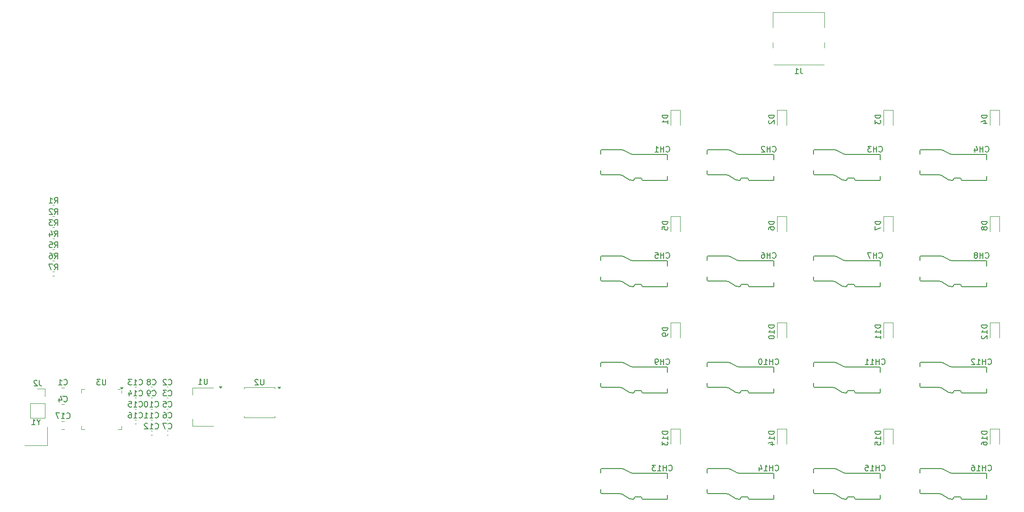
<source format=gbr>
%TF.GenerationSoftware,KiCad,Pcbnew,8.0.3*%
%TF.CreationDate,2024-06-18T00:53:01+07:00*%
%TF.ProjectId,Bandung_v1.0.0,42616e64-756e-4675-9f76-312e302e302e,rev?*%
%TF.SameCoordinates,Original*%
%TF.FileFunction,Legend,Bot*%
%TF.FilePolarity,Positive*%
%FSLAX46Y46*%
G04 Gerber Fmt 4.6, Leading zero omitted, Abs format (unit mm)*
G04 Created by KiCad (PCBNEW 8.0.3) date 2024-06-18 00:53:01*
%MOMM*%
%LPD*%
G01*
G04 APERTURE LIST*
%ADD10C,0.150000*%
%ADD11C,0.120000*%
G04 APERTURE END LIST*
D10*
X139904819Y-53410714D02*
X138904819Y-53410714D01*
X138904819Y-53410714D02*
X138904819Y-53648809D01*
X138904819Y-53648809D02*
X138952438Y-53791666D01*
X138952438Y-53791666D02*
X139047676Y-53886904D01*
X139047676Y-53886904D02*
X139142914Y-53934523D01*
X139142914Y-53934523D02*
X139333390Y-53982142D01*
X139333390Y-53982142D02*
X139476247Y-53982142D01*
X139476247Y-53982142D02*
X139666723Y-53934523D01*
X139666723Y-53934523D02*
X139761961Y-53886904D01*
X139761961Y-53886904D02*
X139857200Y-53791666D01*
X139857200Y-53791666D02*
X139904819Y-53648809D01*
X139904819Y-53648809D02*
X139904819Y-53410714D01*
X139904819Y-54934523D02*
X139904819Y-54363095D01*
X139904819Y-54648809D02*
X138904819Y-54648809D01*
X138904819Y-54648809D02*
X139047676Y-54553571D01*
X139047676Y-54553571D02*
X139142914Y-54458333D01*
X139142914Y-54458333D02*
X139190533Y-54363095D01*
X138904819Y-55553571D02*
X138904819Y-55648809D01*
X138904819Y-55648809D02*
X138952438Y-55744047D01*
X138952438Y-55744047D02*
X139000057Y-55791666D01*
X139000057Y-55791666D02*
X139095295Y-55839285D01*
X139095295Y-55839285D02*
X139285771Y-55886904D01*
X139285771Y-55886904D02*
X139523866Y-55886904D01*
X139523866Y-55886904D02*
X139714342Y-55839285D01*
X139714342Y-55839285D02*
X139809580Y-55791666D01*
X139809580Y-55791666D02*
X139857200Y-55744047D01*
X139857200Y-55744047D02*
X139904819Y-55648809D01*
X139904819Y-55648809D02*
X139904819Y-55553571D01*
X139904819Y-55553571D02*
X139857200Y-55458333D01*
X139857200Y-55458333D02*
X139809580Y-55410714D01*
X139809580Y-55410714D02*
X139714342Y-55363095D01*
X139714342Y-55363095D02*
X139523866Y-55315476D01*
X139523866Y-55315476D02*
X139285771Y-55315476D01*
X139285771Y-55315476D02*
X139095295Y-55363095D01*
X139095295Y-55363095D02*
X139000057Y-55410714D01*
X139000057Y-55410714D02*
X138952438Y-55458333D01*
X138952438Y-55458333D02*
X138904819Y-55553571D01*
X139904819Y-15786905D02*
X138904819Y-15786905D01*
X138904819Y-15786905D02*
X138904819Y-16025000D01*
X138904819Y-16025000D02*
X138952438Y-16167857D01*
X138952438Y-16167857D02*
X139047676Y-16263095D01*
X139047676Y-16263095D02*
X139142914Y-16310714D01*
X139142914Y-16310714D02*
X139333390Y-16358333D01*
X139333390Y-16358333D02*
X139476247Y-16358333D01*
X139476247Y-16358333D02*
X139666723Y-16310714D01*
X139666723Y-16310714D02*
X139761961Y-16263095D01*
X139761961Y-16263095D02*
X139857200Y-16167857D01*
X139857200Y-16167857D02*
X139904819Y-16025000D01*
X139904819Y-16025000D02*
X139904819Y-15786905D01*
X139000057Y-16739286D02*
X138952438Y-16786905D01*
X138952438Y-16786905D02*
X138904819Y-16882143D01*
X138904819Y-16882143D02*
X138904819Y-17120238D01*
X138904819Y-17120238D02*
X138952438Y-17215476D01*
X138952438Y-17215476D02*
X139000057Y-17263095D01*
X139000057Y-17263095D02*
X139095295Y-17310714D01*
X139095295Y-17310714D02*
X139190533Y-17310714D01*
X139190533Y-17310714D02*
X139333390Y-17263095D01*
X139333390Y-17263095D02*
X139904819Y-16691667D01*
X139904819Y-16691667D02*
X139904819Y-17310714D01*
X120570476Y-60384580D02*
X120618095Y-60432200D01*
X120618095Y-60432200D02*
X120760952Y-60479819D01*
X120760952Y-60479819D02*
X120856190Y-60479819D01*
X120856190Y-60479819D02*
X120999047Y-60432200D01*
X120999047Y-60432200D02*
X121094285Y-60336961D01*
X121094285Y-60336961D02*
X121141904Y-60241723D01*
X121141904Y-60241723D02*
X121189523Y-60051247D01*
X121189523Y-60051247D02*
X121189523Y-59908390D01*
X121189523Y-59908390D02*
X121141904Y-59717914D01*
X121141904Y-59717914D02*
X121094285Y-59622676D01*
X121094285Y-59622676D02*
X120999047Y-59527438D01*
X120999047Y-59527438D02*
X120856190Y-59479819D01*
X120856190Y-59479819D02*
X120760952Y-59479819D01*
X120760952Y-59479819D02*
X120618095Y-59527438D01*
X120618095Y-59527438D02*
X120570476Y-59575057D01*
X120141904Y-60479819D02*
X120141904Y-59479819D01*
X120141904Y-59956009D02*
X119570476Y-59956009D01*
X119570476Y-60479819D02*
X119570476Y-59479819D01*
X119046666Y-60479819D02*
X118856190Y-60479819D01*
X118856190Y-60479819D02*
X118760952Y-60432200D01*
X118760952Y-60432200D02*
X118713333Y-60384580D01*
X118713333Y-60384580D02*
X118618095Y-60241723D01*
X118618095Y-60241723D02*
X118570476Y-60051247D01*
X118570476Y-60051247D02*
X118570476Y-59670295D01*
X118570476Y-59670295D02*
X118618095Y-59575057D01*
X118618095Y-59575057D02*
X118665714Y-59527438D01*
X118665714Y-59527438D02*
X118760952Y-59479819D01*
X118760952Y-59479819D02*
X118951428Y-59479819D01*
X118951428Y-59479819D02*
X119046666Y-59527438D01*
X119046666Y-59527438D02*
X119094285Y-59575057D01*
X119094285Y-59575057D02*
X119141904Y-59670295D01*
X119141904Y-59670295D02*
X119141904Y-59908390D01*
X119141904Y-59908390D02*
X119094285Y-60003628D01*
X119094285Y-60003628D02*
X119046666Y-60051247D01*
X119046666Y-60051247D02*
X118951428Y-60098866D01*
X118951428Y-60098866D02*
X118760952Y-60098866D01*
X118760952Y-60098866D02*
X118665714Y-60051247D01*
X118665714Y-60051247D02*
X118618095Y-60003628D01*
X118618095Y-60003628D02*
X118570476Y-59908390D01*
X38432140Y-63034819D02*
X38432140Y-63844342D01*
X38432140Y-63844342D02*
X38384521Y-63939580D01*
X38384521Y-63939580D02*
X38336902Y-63987200D01*
X38336902Y-63987200D02*
X38241664Y-64034819D01*
X38241664Y-64034819D02*
X38051188Y-64034819D01*
X38051188Y-64034819D02*
X37955950Y-63987200D01*
X37955950Y-63987200D02*
X37908331Y-63939580D01*
X37908331Y-63939580D02*
X37860712Y-63844342D01*
X37860712Y-63844342D02*
X37860712Y-63034819D01*
X36860712Y-64034819D02*
X37432140Y-64034819D01*
X37146426Y-64034819D02*
X37146426Y-63034819D01*
X37146426Y-63034819D02*
X37241664Y-63177676D01*
X37241664Y-63177676D02*
X37336902Y-63272914D01*
X37336902Y-63272914D02*
X37432140Y-63320533D01*
X139620476Y-41334580D02*
X139668095Y-41382200D01*
X139668095Y-41382200D02*
X139810952Y-41429819D01*
X139810952Y-41429819D02*
X139906190Y-41429819D01*
X139906190Y-41429819D02*
X140049047Y-41382200D01*
X140049047Y-41382200D02*
X140144285Y-41286961D01*
X140144285Y-41286961D02*
X140191904Y-41191723D01*
X140191904Y-41191723D02*
X140239523Y-41001247D01*
X140239523Y-41001247D02*
X140239523Y-40858390D01*
X140239523Y-40858390D02*
X140191904Y-40667914D01*
X140191904Y-40667914D02*
X140144285Y-40572676D01*
X140144285Y-40572676D02*
X140049047Y-40477438D01*
X140049047Y-40477438D02*
X139906190Y-40429819D01*
X139906190Y-40429819D02*
X139810952Y-40429819D01*
X139810952Y-40429819D02*
X139668095Y-40477438D01*
X139668095Y-40477438D02*
X139620476Y-40525057D01*
X139191904Y-41429819D02*
X139191904Y-40429819D01*
X139191904Y-40906009D02*
X138620476Y-40906009D01*
X138620476Y-41429819D02*
X138620476Y-40429819D01*
X137715714Y-40429819D02*
X137906190Y-40429819D01*
X137906190Y-40429819D02*
X138001428Y-40477438D01*
X138001428Y-40477438D02*
X138049047Y-40525057D01*
X138049047Y-40525057D02*
X138144285Y-40667914D01*
X138144285Y-40667914D02*
X138191904Y-40858390D01*
X138191904Y-40858390D02*
X138191904Y-41239342D01*
X138191904Y-41239342D02*
X138144285Y-41334580D01*
X138144285Y-41334580D02*
X138096666Y-41382200D01*
X138096666Y-41382200D02*
X138001428Y-41429819D01*
X138001428Y-41429819D02*
X137810952Y-41429819D01*
X137810952Y-41429819D02*
X137715714Y-41382200D01*
X137715714Y-41382200D02*
X137668095Y-41334580D01*
X137668095Y-41334580D02*
X137620476Y-41239342D01*
X137620476Y-41239342D02*
X137620476Y-41001247D01*
X137620476Y-41001247D02*
X137668095Y-40906009D01*
X137668095Y-40906009D02*
X137715714Y-40858390D01*
X137715714Y-40858390D02*
X137810952Y-40810771D01*
X137810952Y-40810771D02*
X138001428Y-40810771D01*
X138001428Y-40810771D02*
X138096666Y-40858390D01*
X138096666Y-40858390D02*
X138144285Y-40906009D01*
X138144285Y-40906009D02*
X138191904Y-41001247D01*
X158670476Y-41334580D02*
X158718095Y-41382200D01*
X158718095Y-41382200D02*
X158860952Y-41429819D01*
X158860952Y-41429819D02*
X158956190Y-41429819D01*
X158956190Y-41429819D02*
X159099047Y-41382200D01*
X159099047Y-41382200D02*
X159194285Y-41286961D01*
X159194285Y-41286961D02*
X159241904Y-41191723D01*
X159241904Y-41191723D02*
X159289523Y-41001247D01*
X159289523Y-41001247D02*
X159289523Y-40858390D01*
X159289523Y-40858390D02*
X159241904Y-40667914D01*
X159241904Y-40667914D02*
X159194285Y-40572676D01*
X159194285Y-40572676D02*
X159099047Y-40477438D01*
X159099047Y-40477438D02*
X158956190Y-40429819D01*
X158956190Y-40429819D02*
X158860952Y-40429819D01*
X158860952Y-40429819D02*
X158718095Y-40477438D01*
X158718095Y-40477438D02*
X158670476Y-40525057D01*
X158241904Y-41429819D02*
X158241904Y-40429819D01*
X158241904Y-40906009D02*
X157670476Y-40906009D01*
X157670476Y-41429819D02*
X157670476Y-40429819D01*
X157289523Y-40429819D02*
X156622857Y-40429819D01*
X156622857Y-40429819D02*
X157051428Y-41429819D01*
X8226426Y-70833628D02*
X8226426Y-71309819D01*
X8559759Y-70309819D02*
X8226426Y-70833628D01*
X8226426Y-70833628D02*
X7893093Y-70309819D01*
X7035950Y-71309819D02*
X7607378Y-71309819D01*
X7321664Y-71309819D02*
X7321664Y-70309819D01*
X7321664Y-70309819D02*
X7416902Y-70452676D01*
X7416902Y-70452676D02*
X7512140Y-70547914D01*
X7512140Y-70547914D02*
X7607378Y-70595533D01*
X31476902Y-69974580D02*
X31524521Y-70022200D01*
X31524521Y-70022200D02*
X31667378Y-70069819D01*
X31667378Y-70069819D02*
X31762616Y-70069819D01*
X31762616Y-70069819D02*
X31905473Y-70022200D01*
X31905473Y-70022200D02*
X32000711Y-69926961D01*
X32000711Y-69926961D02*
X32048330Y-69831723D01*
X32048330Y-69831723D02*
X32095949Y-69641247D01*
X32095949Y-69641247D02*
X32095949Y-69498390D01*
X32095949Y-69498390D02*
X32048330Y-69307914D01*
X32048330Y-69307914D02*
X32000711Y-69212676D01*
X32000711Y-69212676D02*
X31905473Y-69117438D01*
X31905473Y-69117438D02*
X31762616Y-69069819D01*
X31762616Y-69069819D02*
X31667378Y-69069819D01*
X31667378Y-69069819D02*
X31524521Y-69117438D01*
X31524521Y-69117438D02*
X31476902Y-69165057D01*
X30619759Y-69069819D02*
X30810235Y-69069819D01*
X30810235Y-69069819D02*
X30905473Y-69117438D01*
X30905473Y-69117438D02*
X30953092Y-69165057D01*
X30953092Y-69165057D02*
X31048330Y-69307914D01*
X31048330Y-69307914D02*
X31095949Y-69498390D01*
X31095949Y-69498390D02*
X31095949Y-69879342D01*
X31095949Y-69879342D02*
X31048330Y-69974580D01*
X31048330Y-69974580D02*
X31000711Y-70022200D01*
X31000711Y-70022200D02*
X30905473Y-70069819D01*
X30905473Y-70069819D02*
X30714997Y-70069819D01*
X30714997Y-70069819D02*
X30619759Y-70022200D01*
X30619759Y-70022200D02*
X30572140Y-69974580D01*
X30572140Y-69974580D02*
X30524521Y-69879342D01*
X30524521Y-69879342D02*
X30524521Y-69641247D01*
X30524521Y-69641247D02*
X30572140Y-69546009D01*
X30572140Y-69546009D02*
X30619759Y-69498390D01*
X30619759Y-69498390D02*
X30714997Y-69450771D01*
X30714997Y-69450771D02*
X30905473Y-69450771D01*
X30905473Y-69450771D02*
X31000711Y-69498390D01*
X31000711Y-69498390D02*
X31048330Y-69546009D01*
X31048330Y-69546009D02*
X31095949Y-69641247D01*
X120570476Y-41334580D02*
X120618095Y-41382200D01*
X120618095Y-41382200D02*
X120760952Y-41429819D01*
X120760952Y-41429819D02*
X120856190Y-41429819D01*
X120856190Y-41429819D02*
X120999047Y-41382200D01*
X120999047Y-41382200D02*
X121094285Y-41286961D01*
X121094285Y-41286961D02*
X121141904Y-41191723D01*
X121141904Y-41191723D02*
X121189523Y-41001247D01*
X121189523Y-41001247D02*
X121189523Y-40858390D01*
X121189523Y-40858390D02*
X121141904Y-40667914D01*
X121141904Y-40667914D02*
X121094285Y-40572676D01*
X121094285Y-40572676D02*
X120999047Y-40477438D01*
X120999047Y-40477438D02*
X120856190Y-40429819D01*
X120856190Y-40429819D02*
X120760952Y-40429819D01*
X120760952Y-40429819D02*
X120618095Y-40477438D01*
X120618095Y-40477438D02*
X120570476Y-40525057D01*
X120141904Y-41429819D02*
X120141904Y-40429819D01*
X120141904Y-40906009D02*
X119570476Y-40906009D01*
X119570476Y-41429819D02*
X119570476Y-40429819D01*
X118618095Y-40429819D02*
X119094285Y-40429819D01*
X119094285Y-40429819D02*
X119141904Y-40906009D01*
X119141904Y-40906009D02*
X119094285Y-40858390D01*
X119094285Y-40858390D02*
X118999047Y-40810771D01*
X118999047Y-40810771D02*
X118760952Y-40810771D01*
X118760952Y-40810771D02*
X118665714Y-40858390D01*
X118665714Y-40858390D02*
X118618095Y-40906009D01*
X118618095Y-40906009D02*
X118570476Y-41001247D01*
X118570476Y-41001247D02*
X118570476Y-41239342D01*
X118570476Y-41239342D02*
X118618095Y-41334580D01*
X118618095Y-41334580D02*
X118665714Y-41382200D01*
X118665714Y-41382200D02*
X118760952Y-41429819D01*
X118760952Y-41429819D02*
X118999047Y-41429819D01*
X118999047Y-41429819D02*
X119094285Y-41382200D01*
X119094285Y-41382200D02*
X119141904Y-41334580D01*
X158954819Y-34836905D02*
X157954819Y-34836905D01*
X157954819Y-34836905D02*
X157954819Y-35075000D01*
X157954819Y-35075000D02*
X158002438Y-35217857D01*
X158002438Y-35217857D02*
X158097676Y-35313095D01*
X158097676Y-35313095D02*
X158192914Y-35360714D01*
X158192914Y-35360714D02*
X158383390Y-35408333D01*
X158383390Y-35408333D02*
X158526247Y-35408333D01*
X158526247Y-35408333D02*
X158716723Y-35360714D01*
X158716723Y-35360714D02*
X158811961Y-35313095D01*
X158811961Y-35313095D02*
X158907200Y-35217857D01*
X158907200Y-35217857D02*
X158954819Y-35075000D01*
X158954819Y-35075000D02*
X158954819Y-34836905D01*
X157954819Y-35741667D02*
X157954819Y-36408333D01*
X157954819Y-36408333D02*
X158954819Y-35979762D01*
X140096666Y-60384580D02*
X140144285Y-60432200D01*
X140144285Y-60432200D02*
X140287142Y-60479819D01*
X140287142Y-60479819D02*
X140382380Y-60479819D01*
X140382380Y-60479819D02*
X140525237Y-60432200D01*
X140525237Y-60432200D02*
X140620475Y-60336961D01*
X140620475Y-60336961D02*
X140668094Y-60241723D01*
X140668094Y-60241723D02*
X140715713Y-60051247D01*
X140715713Y-60051247D02*
X140715713Y-59908390D01*
X140715713Y-59908390D02*
X140668094Y-59717914D01*
X140668094Y-59717914D02*
X140620475Y-59622676D01*
X140620475Y-59622676D02*
X140525237Y-59527438D01*
X140525237Y-59527438D02*
X140382380Y-59479819D01*
X140382380Y-59479819D02*
X140287142Y-59479819D01*
X140287142Y-59479819D02*
X140144285Y-59527438D01*
X140144285Y-59527438D02*
X140096666Y-59575057D01*
X139668094Y-60479819D02*
X139668094Y-59479819D01*
X139668094Y-59956009D02*
X139096666Y-59956009D01*
X139096666Y-60479819D02*
X139096666Y-59479819D01*
X138096666Y-60479819D02*
X138668094Y-60479819D01*
X138382380Y-60479819D02*
X138382380Y-59479819D01*
X138382380Y-59479819D02*
X138477618Y-59622676D01*
X138477618Y-59622676D02*
X138572856Y-59717914D01*
X138572856Y-59717914D02*
X138668094Y-59765533D01*
X137477618Y-59479819D02*
X137382380Y-59479819D01*
X137382380Y-59479819D02*
X137287142Y-59527438D01*
X137287142Y-59527438D02*
X137239523Y-59575057D01*
X137239523Y-59575057D02*
X137191904Y-59670295D01*
X137191904Y-59670295D02*
X137144285Y-59860771D01*
X137144285Y-59860771D02*
X137144285Y-60098866D01*
X137144285Y-60098866D02*
X137191904Y-60289342D01*
X137191904Y-60289342D02*
X137239523Y-60384580D01*
X137239523Y-60384580D02*
X137287142Y-60432200D01*
X137287142Y-60432200D02*
X137382380Y-60479819D01*
X137382380Y-60479819D02*
X137477618Y-60479819D01*
X137477618Y-60479819D02*
X137572856Y-60432200D01*
X137572856Y-60432200D02*
X137620475Y-60384580D01*
X137620475Y-60384580D02*
X137668094Y-60289342D01*
X137668094Y-60289342D02*
X137715713Y-60098866D01*
X137715713Y-60098866D02*
X137715713Y-59860771D01*
X137715713Y-59860771D02*
X137668094Y-59670295D01*
X137668094Y-59670295D02*
X137620475Y-59575057D01*
X137620475Y-59575057D02*
X137572856Y-59527438D01*
X137572856Y-59527438D02*
X137477618Y-59479819D01*
X159146666Y-60384580D02*
X159194285Y-60432200D01*
X159194285Y-60432200D02*
X159337142Y-60479819D01*
X159337142Y-60479819D02*
X159432380Y-60479819D01*
X159432380Y-60479819D02*
X159575237Y-60432200D01*
X159575237Y-60432200D02*
X159670475Y-60336961D01*
X159670475Y-60336961D02*
X159718094Y-60241723D01*
X159718094Y-60241723D02*
X159765713Y-60051247D01*
X159765713Y-60051247D02*
X159765713Y-59908390D01*
X159765713Y-59908390D02*
X159718094Y-59717914D01*
X159718094Y-59717914D02*
X159670475Y-59622676D01*
X159670475Y-59622676D02*
X159575237Y-59527438D01*
X159575237Y-59527438D02*
X159432380Y-59479819D01*
X159432380Y-59479819D02*
X159337142Y-59479819D01*
X159337142Y-59479819D02*
X159194285Y-59527438D01*
X159194285Y-59527438D02*
X159146666Y-59575057D01*
X158718094Y-60479819D02*
X158718094Y-59479819D01*
X158718094Y-59956009D02*
X158146666Y-59956009D01*
X158146666Y-60479819D02*
X158146666Y-59479819D01*
X157146666Y-60479819D02*
X157718094Y-60479819D01*
X157432380Y-60479819D02*
X157432380Y-59479819D01*
X157432380Y-59479819D02*
X157527618Y-59622676D01*
X157527618Y-59622676D02*
X157622856Y-59717914D01*
X157622856Y-59717914D02*
X157718094Y-59765533D01*
X156194285Y-60479819D02*
X156765713Y-60479819D01*
X156479999Y-60479819D02*
X156479999Y-59479819D01*
X156479999Y-59479819D02*
X156575237Y-59622676D01*
X156575237Y-59622676D02*
X156670475Y-59717914D01*
X156670475Y-59717914D02*
X156765713Y-59765533D01*
X13243093Y-70084580D02*
X13290712Y-70132200D01*
X13290712Y-70132200D02*
X13433569Y-70179819D01*
X13433569Y-70179819D02*
X13528807Y-70179819D01*
X13528807Y-70179819D02*
X13671664Y-70132200D01*
X13671664Y-70132200D02*
X13766902Y-70036961D01*
X13766902Y-70036961D02*
X13814521Y-69941723D01*
X13814521Y-69941723D02*
X13862140Y-69751247D01*
X13862140Y-69751247D02*
X13862140Y-69608390D01*
X13862140Y-69608390D02*
X13814521Y-69417914D01*
X13814521Y-69417914D02*
X13766902Y-69322676D01*
X13766902Y-69322676D02*
X13671664Y-69227438D01*
X13671664Y-69227438D02*
X13528807Y-69179819D01*
X13528807Y-69179819D02*
X13433569Y-69179819D01*
X13433569Y-69179819D02*
X13290712Y-69227438D01*
X13290712Y-69227438D02*
X13243093Y-69275057D01*
X12290712Y-70179819D02*
X12862140Y-70179819D01*
X12576426Y-70179819D02*
X12576426Y-69179819D01*
X12576426Y-69179819D02*
X12671664Y-69322676D01*
X12671664Y-69322676D02*
X12766902Y-69417914D01*
X12766902Y-69417914D02*
X12862140Y-69465533D01*
X11957378Y-69179819D02*
X11290712Y-69179819D01*
X11290712Y-69179819D02*
X11719283Y-70179819D01*
X26213093Y-69974580D02*
X26260712Y-70022200D01*
X26260712Y-70022200D02*
X26403569Y-70069819D01*
X26403569Y-70069819D02*
X26498807Y-70069819D01*
X26498807Y-70069819D02*
X26641664Y-70022200D01*
X26641664Y-70022200D02*
X26736902Y-69926961D01*
X26736902Y-69926961D02*
X26784521Y-69831723D01*
X26784521Y-69831723D02*
X26832140Y-69641247D01*
X26832140Y-69641247D02*
X26832140Y-69498390D01*
X26832140Y-69498390D02*
X26784521Y-69307914D01*
X26784521Y-69307914D02*
X26736902Y-69212676D01*
X26736902Y-69212676D02*
X26641664Y-69117438D01*
X26641664Y-69117438D02*
X26498807Y-69069819D01*
X26498807Y-69069819D02*
X26403569Y-69069819D01*
X26403569Y-69069819D02*
X26260712Y-69117438D01*
X26260712Y-69117438D02*
X26213093Y-69165057D01*
X25260712Y-70069819D02*
X25832140Y-70069819D01*
X25546426Y-70069819D02*
X25546426Y-69069819D01*
X25546426Y-69069819D02*
X25641664Y-69212676D01*
X25641664Y-69212676D02*
X25736902Y-69307914D01*
X25736902Y-69307914D02*
X25832140Y-69355533D01*
X24403569Y-69069819D02*
X24594045Y-69069819D01*
X24594045Y-69069819D02*
X24689283Y-69117438D01*
X24689283Y-69117438D02*
X24736902Y-69165057D01*
X24736902Y-69165057D02*
X24832140Y-69307914D01*
X24832140Y-69307914D02*
X24879759Y-69498390D01*
X24879759Y-69498390D02*
X24879759Y-69879342D01*
X24879759Y-69879342D02*
X24832140Y-69974580D01*
X24832140Y-69974580D02*
X24784521Y-70022200D01*
X24784521Y-70022200D02*
X24689283Y-70069819D01*
X24689283Y-70069819D02*
X24498807Y-70069819D01*
X24498807Y-70069819D02*
X24403569Y-70022200D01*
X24403569Y-70022200D02*
X24355950Y-69974580D01*
X24355950Y-69974580D02*
X24308331Y-69879342D01*
X24308331Y-69879342D02*
X24308331Y-69641247D01*
X24308331Y-69641247D02*
X24355950Y-69546009D01*
X24355950Y-69546009D02*
X24403569Y-69498390D01*
X24403569Y-69498390D02*
X24498807Y-69450771D01*
X24498807Y-69450771D02*
X24689283Y-69450771D01*
X24689283Y-69450771D02*
X24784521Y-69498390D01*
X24784521Y-69498390D02*
X24832140Y-69546009D01*
X24832140Y-69546009D02*
X24879759Y-69641247D01*
X12766902Y-64064580D02*
X12814521Y-64112200D01*
X12814521Y-64112200D02*
X12957378Y-64159819D01*
X12957378Y-64159819D02*
X13052616Y-64159819D01*
X13052616Y-64159819D02*
X13195473Y-64112200D01*
X13195473Y-64112200D02*
X13290711Y-64016961D01*
X13290711Y-64016961D02*
X13338330Y-63921723D01*
X13338330Y-63921723D02*
X13385949Y-63731247D01*
X13385949Y-63731247D02*
X13385949Y-63588390D01*
X13385949Y-63588390D02*
X13338330Y-63397914D01*
X13338330Y-63397914D02*
X13290711Y-63302676D01*
X13290711Y-63302676D02*
X13195473Y-63207438D01*
X13195473Y-63207438D02*
X13052616Y-63159819D01*
X13052616Y-63159819D02*
X12957378Y-63159819D01*
X12957378Y-63159819D02*
X12814521Y-63207438D01*
X12814521Y-63207438D02*
X12766902Y-63255057D01*
X11814521Y-64159819D02*
X12385949Y-64159819D01*
X12100235Y-64159819D02*
X12100235Y-63159819D01*
X12100235Y-63159819D02*
X12195473Y-63302676D01*
X12195473Y-63302676D02*
X12290711Y-63397914D01*
X12290711Y-63397914D02*
X12385949Y-63445533D01*
X158954819Y-72460714D02*
X157954819Y-72460714D01*
X157954819Y-72460714D02*
X157954819Y-72698809D01*
X157954819Y-72698809D02*
X158002438Y-72841666D01*
X158002438Y-72841666D02*
X158097676Y-72936904D01*
X158097676Y-72936904D02*
X158192914Y-72984523D01*
X158192914Y-72984523D02*
X158383390Y-73032142D01*
X158383390Y-73032142D02*
X158526247Y-73032142D01*
X158526247Y-73032142D02*
X158716723Y-72984523D01*
X158716723Y-72984523D02*
X158811961Y-72936904D01*
X158811961Y-72936904D02*
X158907200Y-72841666D01*
X158907200Y-72841666D02*
X158954819Y-72698809D01*
X158954819Y-72698809D02*
X158954819Y-72460714D01*
X158954819Y-73984523D02*
X158954819Y-73413095D01*
X158954819Y-73698809D02*
X157954819Y-73698809D01*
X157954819Y-73698809D02*
X158097676Y-73603571D01*
X158097676Y-73603571D02*
X158192914Y-73508333D01*
X158192914Y-73508333D02*
X158240533Y-73413095D01*
X157954819Y-74889285D02*
X157954819Y-74413095D01*
X157954819Y-74413095D02*
X158431009Y-74365476D01*
X158431009Y-74365476D02*
X158383390Y-74413095D01*
X158383390Y-74413095D02*
X158335771Y-74508333D01*
X158335771Y-74508333D02*
X158335771Y-74746428D01*
X158335771Y-74746428D02*
X158383390Y-74841666D01*
X158383390Y-74841666D02*
X158431009Y-74889285D01*
X158431009Y-74889285D02*
X158526247Y-74936904D01*
X158526247Y-74936904D02*
X158764342Y-74936904D01*
X158764342Y-74936904D02*
X158859580Y-74889285D01*
X158859580Y-74889285D02*
X158907200Y-74841666D01*
X158907200Y-74841666D02*
X158954819Y-74746428D01*
X158954819Y-74746428D02*
X158954819Y-74508333D01*
X158954819Y-74508333D02*
X158907200Y-74413095D01*
X158907200Y-74413095D02*
X158859580Y-74365476D01*
X177720476Y-22284580D02*
X177768095Y-22332200D01*
X177768095Y-22332200D02*
X177910952Y-22379819D01*
X177910952Y-22379819D02*
X178006190Y-22379819D01*
X178006190Y-22379819D02*
X178149047Y-22332200D01*
X178149047Y-22332200D02*
X178244285Y-22236961D01*
X178244285Y-22236961D02*
X178291904Y-22141723D01*
X178291904Y-22141723D02*
X178339523Y-21951247D01*
X178339523Y-21951247D02*
X178339523Y-21808390D01*
X178339523Y-21808390D02*
X178291904Y-21617914D01*
X178291904Y-21617914D02*
X178244285Y-21522676D01*
X178244285Y-21522676D02*
X178149047Y-21427438D01*
X178149047Y-21427438D02*
X178006190Y-21379819D01*
X178006190Y-21379819D02*
X177910952Y-21379819D01*
X177910952Y-21379819D02*
X177768095Y-21427438D01*
X177768095Y-21427438D02*
X177720476Y-21475057D01*
X177291904Y-22379819D02*
X177291904Y-21379819D01*
X177291904Y-21856009D02*
X176720476Y-21856009D01*
X176720476Y-22379819D02*
X176720476Y-21379819D01*
X175815714Y-21713152D02*
X175815714Y-22379819D01*
X176053809Y-21332200D02*
X176291904Y-22046485D01*
X176291904Y-22046485D02*
X175672857Y-22046485D01*
X11076902Y-33569819D02*
X11410235Y-33093628D01*
X11648330Y-33569819D02*
X11648330Y-32569819D01*
X11648330Y-32569819D02*
X11267378Y-32569819D01*
X11267378Y-32569819D02*
X11172140Y-32617438D01*
X11172140Y-32617438D02*
X11124521Y-32665057D01*
X11124521Y-32665057D02*
X11076902Y-32760295D01*
X11076902Y-32760295D02*
X11076902Y-32903152D01*
X11076902Y-32903152D02*
X11124521Y-32998390D01*
X11124521Y-32998390D02*
X11172140Y-33046009D01*
X11172140Y-33046009D02*
X11267378Y-33093628D01*
X11267378Y-33093628D02*
X11648330Y-33093628D01*
X10695949Y-32665057D02*
X10648330Y-32617438D01*
X10648330Y-32617438D02*
X10553092Y-32569819D01*
X10553092Y-32569819D02*
X10314997Y-32569819D01*
X10314997Y-32569819D02*
X10219759Y-32617438D01*
X10219759Y-32617438D02*
X10172140Y-32665057D01*
X10172140Y-32665057D02*
X10124521Y-32760295D01*
X10124521Y-32760295D02*
X10124521Y-32855533D01*
X10124521Y-32855533D02*
X10172140Y-32998390D01*
X10172140Y-32998390D02*
X10743568Y-33569819D01*
X10743568Y-33569819D02*
X10124521Y-33569819D01*
X29083093Y-68004580D02*
X29130712Y-68052200D01*
X29130712Y-68052200D02*
X29273569Y-68099819D01*
X29273569Y-68099819D02*
X29368807Y-68099819D01*
X29368807Y-68099819D02*
X29511664Y-68052200D01*
X29511664Y-68052200D02*
X29606902Y-67956961D01*
X29606902Y-67956961D02*
X29654521Y-67861723D01*
X29654521Y-67861723D02*
X29702140Y-67671247D01*
X29702140Y-67671247D02*
X29702140Y-67528390D01*
X29702140Y-67528390D02*
X29654521Y-67337914D01*
X29654521Y-67337914D02*
X29606902Y-67242676D01*
X29606902Y-67242676D02*
X29511664Y-67147438D01*
X29511664Y-67147438D02*
X29368807Y-67099819D01*
X29368807Y-67099819D02*
X29273569Y-67099819D01*
X29273569Y-67099819D02*
X29130712Y-67147438D01*
X29130712Y-67147438D02*
X29083093Y-67195057D01*
X28130712Y-68099819D02*
X28702140Y-68099819D01*
X28416426Y-68099819D02*
X28416426Y-67099819D01*
X28416426Y-67099819D02*
X28511664Y-67242676D01*
X28511664Y-67242676D02*
X28606902Y-67337914D01*
X28606902Y-67337914D02*
X28702140Y-67385533D01*
X27511664Y-67099819D02*
X27416426Y-67099819D01*
X27416426Y-67099819D02*
X27321188Y-67147438D01*
X27321188Y-67147438D02*
X27273569Y-67195057D01*
X27273569Y-67195057D02*
X27225950Y-67290295D01*
X27225950Y-67290295D02*
X27178331Y-67480771D01*
X27178331Y-67480771D02*
X27178331Y-67718866D01*
X27178331Y-67718866D02*
X27225950Y-67909342D01*
X27225950Y-67909342D02*
X27273569Y-68004580D01*
X27273569Y-68004580D02*
X27321188Y-68052200D01*
X27321188Y-68052200D02*
X27416426Y-68099819D01*
X27416426Y-68099819D02*
X27511664Y-68099819D01*
X27511664Y-68099819D02*
X27606902Y-68052200D01*
X27606902Y-68052200D02*
X27654521Y-68004580D01*
X27654521Y-68004580D02*
X27702140Y-67909342D01*
X27702140Y-67909342D02*
X27749759Y-67718866D01*
X27749759Y-67718866D02*
X27749759Y-67480771D01*
X27749759Y-67480771D02*
X27702140Y-67290295D01*
X27702140Y-67290295D02*
X27654521Y-67195057D01*
X27654521Y-67195057D02*
X27606902Y-67147438D01*
X27606902Y-67147438D02*
X27511664Y-67099819D01*
X144633333Y-7354819D02*
X144633333Y-8069104D01*
X144633333Y-8069104D02*
X144680952Y-8211961D01*
X144680952Y-8211961D02*
X144776190Y-8307200D01*
X144776190Y-8307200D02*
X144919047Y-8354819D01*
X144919047Y-8354819D02*
X145014285Y-8354819D01*
X143633333Y-8354819D02*
X144204761Y-8354819D01*
X143919047Y-8354819D02*
X143919047Y-7354819D01*
X143919047Y-7354819D02*
X144014285Y-7497676D01*
X144014285Y-7497676D02*
X144109523Y-7592914D01*
X144109523Y-7592914D02*
X144204761Y-7640533D01*
X11076902Y-39539819D02*
X11410235Y-39063628D01*
X11648330Y-39539819D02*
X11648330Y-38539819D01*
X11648330Y-38539819D02*
X11267378Y-38539819D01*
X11267378Y-38539819D02*
X11172140Y-38587438D01*
X11172140Y-38587438D02*
X11124521Y-38635057D01*
X11124521Y-38635057D02*
X11076902Y-38730295D01*
X11076902Y-38730295D02*
X11076902Y-38873152D01*
X11076902Y-38873152D02*
X11124521Y-38968390D01*
X11124521Y-38968390D02*
X11172140Y-39016009D01*
X11172140Y-39016009D02*
X11267378Y-39063628D01*
X11267378Y-39063628D02*
X11648330Y-39063628D01*
X10172140Y-38539819D02*
X10648330Y-38539819D01*
X10648330Y-38539819D02*
X10695949Y-39016009D01*
X10695949Y-39016009D02*
X10648330Y-38968390D01*
X10648330Y-38968390D02*
X10553092Y-38920771D01*
X10553092Y-38920771D02*
X10314997Y-38920771D01*
X10314997Y-38920771D02*
X10219759Y-38968390D01*
X10219759Y-38968390D02*
X10172140Y-39016009D01*
X10172140Y-39016009D02*
X10124521Y-39111247D01*
X10124521Y-39111247D02*
X10124521Y-39349342D01*
X10124521Y-39349342D02*
X10172140Y-39444580D01*
X10172140Y-39444580D02*
X10219759Y-39492200D01*
X10219759Y-39492200D02*
X10314997Y-39539819D01*
X10314997Y-39539819D02*
X10553092Y-39539819D01*
X10553092Y-39539819D02*
X10648330Y-39492200D01*
X10648330Y-39492200D02*
X10695949Y-39444580D01*
X139904819Y-72460714D02*
X138904819Y-72460714D01*
X138904819Y-72460714D02*
X138904819Y-72698809D01*
X138904819Y-72698809D02*
X138952438Y-72841666D01*
X138952438Y-72841666D02*
X139047676Y-72936904D01*
X139047676Y-72936904D02*
X139142914Y-72984523D01*
X139142914Y-72984523D02*
X139333390Y-73032142D01*
X139333390Y-73032142D02*
X139476247Y-73032142D01*
X139476247Y-73032142D02*
X139666723Y-72984523D01*
X139666723Y-72984523D02*
X139761961Y-72936904D01*
X139761961Y-72936904D02*
X139857200Y-72841666D01*
X139857200Y-72841666D02*
X139904819Y-72698809D01*
X139904819Y-72698809D02*
X139904819Y-72460714D01*
X139904819Y-73984523D02*
X139904819Y-73413095D01*
X139904819Y-73698809D02*
X138904819Y-73698809D01*
X138904819Y-73698809D02*
X139047676Y-73603571D01*
X139047676Y-73603571D02*
X139142914Y-73508333D01*
X139142914Y-73508333D02*
X139190533Y-73413095D01*
X139238152Y-74841666D02*
X139904819Y-74841666D01*
X138857200Y-74603571D02*
X139571485Y-74365476D01*
X139571485Y-74365476D02*
X139571485Y-74984523D01*
X31476902Y-66034580D02*
X31524521Y-66082200D01*
X31524521Y-66082200D02*
X31667378Y-66129819D01*
X31667378Y-66129819D02*
X31762616Y-66129819D01*
X31762616Y-66129819D02*
X31905473Y-66082200D01*
X31905473Y-66082200D02*
X32000711Y-65986961D01*
X32000711Y-65986961D02*
X32048330Y-65891723D01*
X32048330Y-65891723D02*
X32095949Y-65701247D01*
X32095949Y-65701247D02*
X32095949Y-65558390D01*
X32095949Y-65558390D02*
X32048330Y-65367914D01*
X32048330Y-65367914D02*
X32000711Y-65272676D01*
X32000711Y-65272676D02*
X31905473Y-65177438D01*
X31905473Y-65177438D02*
X31762616Y-65129819D01*
X31762616Y-65129819D02*
X31667378Y-65129819D01*
X31667378Y-65129819D02*
X31524521Y-65177438D01*
X31524521Y-65177438D02*
X31476902Y-65225057D01*
X31143568Y-65129819D02*
X30524521Y-65129819D01*
X30524521Y-65129819D02*
X30857854Y-65510771D01*
X30857854Y-65510771D02*
X30714997Y-65510771D01*
X30714997Y-65510771D02*
X30619759Y-65558390D01*
X30619759Y-65558390D02*
X30572140Y-65606009D01*
X30572140Y-65606009D02*
X30524521Y-65701247D01*
X30524521Y-65701247D02*
X30524521Y-65939342D01*
X30524521Y-65939342D02*
X30572140Y-66034580D01*
X30572140Y-66034580D02*
X30619759Y-66082200D01*
X30619759Y-66082200D02*
X30714997Y-66129819D01*
X30714997Y-66129819D02*
X31000711Y-66129819D01*
X31000711Y-66129819D02*
X31095949Y-66082200D01*
X31095949Y-66082200D02*
X31143568Y-66034580D01*
X178196666Y-60384580D02*
X178244285Y-60432200D01*
X178244285Y-60432200D02*
X178387142Y-60479819D01*
X178387142Y-60479819D02*
X178482380Y-60479819D01*
X178482380Y-60479819D02*
X178625237Y-60432200D01*
X178625237Y-60432200D02*
X178720475Y-60336961D01*
X178720475Y-60336961D02*
X178768094Y-60241723D01*
X178768094Y-60241723D02*
X178815713Y-60051247D01*
X178815713Y-60051247D02*
X178815713Y-59908390D01*
X178815713Y-59908390D02*
X178768094Y-59717914D01*
X178768094Y-59717914D02*
X178720475Y-59622676D01*
X178720475Y-59622676D02*
X178625237Y-59527438D01*
X178625237Y-59527438D02*
X178482380Y-59479819D01*
X178482380Y-59479819D02*
X178387142Y-59479819D01*
X178387142Y-59479819D02*
X178244285Y-59527438D01*
X178244285Y-59527438D02*
X178196666Y-59575057D01*
X177768094Y-60479819D02*
X177768094Y-59479819D01*
X177768094Y-59956009D02*
X177196666Y-59956009D01*
X177196666Y-60479819D02*
X177196666Y-59479819D01*
X176196666Y-60479819D02*
X176768094Y-60479819D01*
X176482380Y-60479819D02*
X176482380Y-59479819D01*
X176482380Y-59479819D02*
X176577618Y-59622676D01*
X176577618Y-59622676D02*
X176672856Y-59717914D01*
X176672856Y-59717914D02*
X176768094Y-59765533D01*
X175815713Y-59575057D02*
X175768094Y-59527438D01*
X175768094Y-59527438D02*
X175672856Y-59479819D01*
X175672856Y-59479819D02*
X175434761Y-59479819D01*
X175434761Y-59479819D02*
X175339523Y-59527438D01*
X175339523Y-59527438D02*
X175291904Y-59575057D01*
X175291904Y-59575057D02*
X175244285Y-59670295D01*
X175244285Y-59670295D02*
X175244285Y-59765533D01*
X175244285Y-59765533D02*
X175291904Y-59908390D01*
X175291904Y-59908390D02*
X175863332Y-60479819D01*
X175863332Y-60479819D02*
X175244285Y-60479819D01*
X12766902Y-67074580D02*
X12814521Y-67122200D01*
X12814521Y-67122200D02*
X12957378Y-67169819D01*
X12957378Y-67169819D02*
X13052616Y-67169819D01*
X13052616Y-67169819D02*
X13195473Y-67122200D01*
X13195473Y-67122200D02*
X13290711Y-67026961D01*
X13290711Y-67026961D02*
X13338330Y-66931723D01*
X13338330Y-66931723D02*
X13385949Y-66741247D01*
X13385949Y-66741247D02*
X13385949Y-66598390D01*
X13385949Y-66598390D02*
X13338330Y-66407914D01*
X13338330Y-66407914D02*
X13290711Y-66312676D01*
X13290711Y-66312676D02*
X13195473Y-66217438D01*
X13195473Y-66217438D02*
X13052616Y-66169819D01*
X13052616Y-66169819D02*
X12957378Y-66169819D01*
X12957378Y-66169819D02*
X12814521Y-66217438D01*
X12814521Y-66217438D02*
X12766902Y-66265057D01*
X11909759Y-66503152D02*
X11909759Y-67169819D01*
X12147854Y-66122200D02*
X12385949Y-66836485D01*
X12385949Y-66836485D02*
X11766902Y-66836485D01*
X26213093Y-64064580D02*
X26260712Y-64112200D01*
X26260712Y-64112200D02*
X26403569Y-64159819D01*
X26403569Y-64159819D02*
X26498807Y-64159819D01*
X26498807Y-64159819D02*
X26641664Y-64112200D01*
X26641664Y-64112200D02*
X26736902Y-64016961D01*
X26736902Y-64016961D02*
X26784521Y-63921723D01*
X26784521Y-63921723D02*
X26832140Y-63731247D01*
X26832140Y-63731247D02*
X26832140Y-63588390D01*
X26832140Y-63588390D02*
X26784521Y-63397914D01*
X26784521Y-63397914D02*
X26736902Y-63302676D01*
X26736902Y-63302676D02*
X26641664Y-63207438D01*
X26641664Y-63207438D02*
X26498807Y-63159819D01*
X26498807Y-63159819D02*
X26403569Y-63159819D01*
X26403569Y-63159819D02*
X26260712Y-63207438D01*
X26260712Y-63207438D02*
X26213093Y-63255057D01*
X25260712Y-64159819D02*
X25832140Y-64159819D01*
X25546426Y-64159819D02*
X25546426Y-63159819D01*
X25546426Y-63159819D02*
X25641664Y-63302676D01*
X25641664Y-63302676D02*
X25736902Y-63397914D01*
X25736902Y-63397914D02*
X25832140Y-63445533D01*
X24927378Y-63159819D02*
X24308331Y-63159819D01*
X24308331Y-63159819D02*
X24641664Y-63540771D01*
X24641664Y-63540771D02*
X24498807Y-63540771D01*
X24498807Y-63540771D02*
X24403569Y-63588390D01*
X24403569Y-63588390D02*
X24355950Y-63636009D01*
X24355950Y-63636009D02*
X24308331Y-63731247D01*
X24308331Y-63731247D02*
X24308331Y-63969342D01*
X24308331Y-63969342D02*
X24355950Y-64064580D01*
X24355950Y-64064580D02*
X24403569Y-64112200D01*
X24403569Y-64112200D02*
X24498807Y-64159819D01*
X24498807Y-64159819D02*
X24784521Y-64159819D01*
X24784521Y-64159819D02*
X24879759Y-64112200D01*
X24879759Y-64112200D02*
X24927378Y-64064580D01*
X31476902Y-71944580D02*
X31524521Y-71992200D01*
X31524521Y-71992200D02*
X31667378Y-72039819D01*
X31667378Y-72039819D02*
X31762616Y-72039819D01*
X31762616Y-72039819D02*
X31905473Y-71992200D01*
X31905473Y-71992200D02*
X32000711Y-71896961D01*
X32000711Y-71896961D02*
X32048330Y-71801723D01*
X32048330Y-71801723D02*
X32095949Y-71611247D01*
X32095949Y-71611247D02*
X32095949Y-71468390D01*
X32095949Y-71468390D02*
X32048330Y-71277914D01*
X32048330Y-71277914D02*
X32000711Y-71182676D01*
X32000711Y-71182676D02*
X31905473Y-71087438D01*
X31905473Y-71087438D02*
X31762616Y-71039819D01*
X31762616Y-71039819D02*
X31667378Y-71039819D01*
X31667378Y-71039819D02*
X31524521Y-71087438D01*
X31524521Y-71087438D02*
X31476902Y-71135057D01*
X31143568Y-71039819D02*
X30476902Y-71039819D01*
X30476902Y-71039819D02*
X30905473Y-72039819D01*
X178004819Y-53410714D02*
X177004819Y-53410714D01*
X177004819Y-53410714D02*
X177004819Y-53648809D01*
X177004819Y-53648809D02*
X177052438Y-53791666D01*
X177052438Y-53791666D02*
X177147676Y-53886904D01*
X177147676Y-53886904D02*
X177242914Y-53934523D01*
X177242914Y-53934523D02*
X177433390Y-53982142D01*
X177433390Y-53982142D02*
X177576247Y-53982142D01*
X177576247Y-53982142D02*
X177766723Y-53934523D01*
X177766723Y-53934523D02*
X177861961Y-53886904D01*
X177861961Y-53886904D02*
X177957200Y-53791666D01*
X177957200Y-53791666D02*
X178004819Y-53648809D01*
X178004819Y-53648809D02*
X178004819Y-53410714D01*
X178004819Y-54934523D02*
X178004819Y-54363095D01*
X178004819Y-54648809D02*
X177004819Y-54648809D01*
X177004819Y-54648809D02*
X177147676Y-54553571D01*
X177147676Y-54553571D02*
X177242914Y-54458333D01*
X177242914Y-54458333D02*
X177290533Y-54363095D01*
X177100057Y-55315476D02*
X177052438Y-55363095D01*
X177052438Y-55363095D02*
X177004819Y-55458333D01*
X177004819Y-55458333D02*
X177004819Y-55696428D01*
X177004819Y-55696428D02*
X177052438Y-55791666D01*
X177052438Y-55791666D02*
X177100057Y-55839285D01*
X177100057Y-55839285D02*
X177195295Y-55886904D01*
X177195295Y-55886904D02*
X177290533Y-55886904D01*
X177290533Y-55886904D02*
X177433390Y-55839285D01*
X177433390Y-55839285D02*
X178004819Y-55267857D01*
X178004819Y-55267857D02*
X178004819Y-55886904D01*
X8383569Y-63329819D02*
X8383569Y-64044104D01*
X8383569Y-64044104D02*
X8431188Y-64186961D01*
X8431188Y-64186961D02*
X8526426Y-64282200D01*
X8526426Y-64282200D02*
X8669283Y-64329819D01*
X8669283Y-64329819D02*
X8764521Y-64329819D01*
X7954997Y-63425057D02*
X7907378Y-63377438D01*
X7907378Y-63377438D02*
X7812140Y-63329819D01*
X7812140Y-63329819D02*
X7574045Y-63329819D01*
X7574045Y-63329819D02*
X7478807Y-63377438D01*
X7478807Y-63377438D02*
X7431188Y-63425057D01*
X7431188Y-63425057D02*
X7383569Y-63520295D01*
X7383569Y-63520295D02*
X7383569Y-63615533D01*
X7383569Y-63615533D02*
X7431188Y-63758390D01*
X7431188Y-63758390D02*
X8002616Y-64329819D01*
X8002616Y-64329819D02*
X7383569Y-64329819D01*
X120854819Y-72460714D02*
X119854819Y-72460714D01*
X119854819Y-72460714D02*
X119854819Y-72698809D01*
X119854819Y-72698809D02*
X119902438Y-72841666D01*
X119902438Y-72841666D02*
X119997676Y-72936904D01*
X119997676Y-72936904D02*
X120092914Y-72984523D01*
X120092914Y-72984523D02*
X120283390Y-73032142D01*
X120283390Y-73032142D02*
X120426247Y-73032142D01*
X120426247Y-73032142D02*
X120616723Y-72984523D01*
X120616723Y-72984523D02*
X120711961Y-72936904D01*
X120711961Y-72936904D02*
X120807200Y-72841666D01*
X120807200Y-72841666D02*
X120854819Y-72698809D01*
X120854819Y-72698809D02*
X120854819Y-72460714D01*
X120854819Y-73984523D02*
X120854819Y-73413095D01*
X120854819Y-73698809D02*
X119854819Y-73698809D01*
X119854819Y-73698809D02*
X119997676Y-73603571D01*
X119997676Y-73603571D02*
X120092914Y-73508333D01*
X120092914Y-73508333D02*
X120140533Y-73413095D01*
X119854819Y-74317857D02*
X119854819Y-74936904D01*
X119854819Y-74936904D02*
X120235771Y-74603571D01*
X120235771Y-74603571D02*
X120235771Y-74746428D01*
X120235771Y-74746428D02*
X120283390Y-74841666D01*
X120283390Y-74841666D02*
X120331009Y-74889285D01*
X120331009Y-74889285D02*
X120426247Y-74936904D01*
X120426247Y-74936904D02*
X120664342Y-74936904D01*
X120664342Y-74936904D02*
X120759580Y-74889285D01*
X120759580Y-74889285D02*
X120807200Y-74841666D01*
X120807200Y-74841666D02*
X120854819Y-74746428D01*
X120854819Y-74746428D02*
X120854819Y-74460714D01*
X120854819Y-74460714D02*
X120807200Y-74365476D01*
X120807200Y-74365476D02*
X120759580Y-74317857D01*
X11076902Y-35559819D02*
X11410235Y-35083628D01*
X11648330Y-35559819D02*
X11648330Y-34559819D01*
X11648330Y-34559819D02*
X11267378Y-34559819D01*
X11267378Y-34559819D02*
X11172140Y-34607438D01*
X11172140Y-34607438D02*
X11124521Y-34655057D01*
X11124521Y-34655057D02*
X11076902Y-34750295D01*
X11076902Y-34750295D02*
X11076902Y-34893152D01*
X11076902Y-34893152D02*
X11124521Y-34988390D01*
X11124521Y-34988390D02*
X11172140Y-35036009D01*
X11172140Y-35036009D02*
X11267378Y-35083628D01*
X11267378Y-35083628D02*
X11648330Y-35083628D01*
X10743568Y-34559819D02*
X10124521Y-34559819D01*
X10124521Y-34559819D02*
X10457854Y-34940771D01*
X10457854Y-34940771D02*
X10314997Y-34940771D01*
X10314997Y-34940771D02*
X10219759Y-34988390D01*
X10219759Y-34988390D02*
X10172140Y-35036009D01*
X10172140Y-35036009D02*
X10124521Y-35131247D01*
X10124521Y-35131247D02*
X10124521Y-35369342D01*
X10124521Y-35369342D02*
X10172140Y-35464580D01*
X10172140Y-35464580D02*
X10219759Y-35512200D01*
X10219759Y-35512200D02*
X10314997Y-35559819D01*
X10314997Y-35559819D02*
X10600711Y-35559819D01*
X10600711Y-35559819D02*
X10695949Y-35512200D01*
X10695949Y-35512200D02*
X10743568Y-35464580D01*
X178004819Y-72460714D02*
X177004819Y-72460714D01*
X177004819Y-72460714D02*
X177004819Y-72698809D01*
X177004819Y-72698809D02*
X177052438Y-72841666D01*
X177052438Y-72841666D02*
X177147676Y-72936904D01*
X177147676Y-72936904D02*
X177242914Y-72984523D01*
X177242914Y-72984523D02*
X177433390Y-73032142D01*
X177433390Y-73032142D02*
X177576247Y-73032142D01*
X177576247Y-73032142D02*
X177766723Y-72984523D01*
X177766723Y-72984523D02*
X177861961Y-72936904D01*
X177861961Y-72936904D02*
X177957200Y-72841666D01*
X177957200Y-72841666D02*
X178004819Y-72698809D01*
X178004819Y-72698809D02*
X178004819Y-72460714D01*
X178004819Y-73984523D02*
X178004819Y-73413095D01*
X178004819Y-73698809D02*
X177004819Y-73698809D01*
X177004819Y-73698809D02*
X177147676Y-73603571D01*
X177147676Y-73603571D02*
X177242914Y-73508333D01*
X177242914Y-73508333D02*
X177290533Y-73413095D01*
X177004819Y-74841666D02*
X177004819Y-74651190D01*
X177004819Y-74651190D02*
X177052438Y-74555952D01*
X177052438Y-74555952D02*
X177100057Y-74508333D01*
X177100057Y-74508333D02*
X177242914Y-74413095D01*
X177242914Y-74413095D02*
X177433390Y-74365476D01*
X177433390Y-74365476D02*
X177814342Y-74365476D01*
X177814342Y-74365476D02*
X177909580Y-74413095D01*
X177909580Y-74413095D02*
X177957200Y-74460714D01*
X177957200Y-74460714D02*
X178004819Y-74555952D01*
X178004819Y-74555952D02*
X178004819Y-74746428D01*
X178004819Y-74746428D02*
X177957200Y-74841666D01*
X177957200Y-74841666D02*
X177909580Y-74889285D01*
X177909580Y-74889285D02*
X177814342Y-74936904D01*
X177814342Y-74936904D02*
X177576247Y-74936904D01*
X177576247Y-74936904D02*
X177481009Y-74889285D01*
X177481009Y-74889285D02*
X177433390Y-74841666D01*
X177433390Y-74841666D02*
X177385771Y-74746428D01*
X177385771Y-74746428D02*
X177385771Y-74555952D01*
X177385771Y-74555952D02*
X177433390Y-74460714D01*
X177433390Y-74460714D02*
X177481009Y-74413095D01*
X177481009Y-74413095D02*
X177576247Y-74365476D01*
X28606902Y-64064580D02*
X28654521Y-64112200D01*
X28654521Y-64112200D02*
X28797378Y-64159819D01*
X28797378Y-64159819D02*
X28892616Y-64159819D01*
X28892616Y-64159819D02*
X29035473Y-64112200D01*
X29035473Y-64112200D02*
X29130711Y-64016961D01*
X29130711Y-64016961D02*
X29178330Y-63921723D01*
X29178330Y-63921723D02*
X29225949Y-63731247D01*
X29225949Y-63731247D02*
X29225949Y-63588390D01*
X29225949Y-63588390D02*
X29178330Y-63397914D01*
X29178330Y-63397914D02*
X29130711Y-63302676D01*
X29130711Y-63302676D02*
X29035473Y-63207438D01*
X29035473Y-63207438D02*
X28892616Y-63159819D01*
X28892616Y-63159819D02*
X28797378Y-63159819D01*
X28797378Y-63159819D02*
X28654521Y-63207438D01*
X28654521Y-63207438D02*
X28606902Y-63255057D01*
X28035473Y-63588390D02*
X28130711Y-63540771D01*
X28130711Y-63540771D02*
X28178330Y-63493152D01*
X28178330Y-63493152D02*
X28225949Y-63397914D01*
X28225949Y-63397914D02*
X28225949Y-63350295D01*
X28225949Y-63350295D02*
X28178330Y-63255057D01*
X28178330Y-63255057D02*
X28130711Y-63207438D01*
X28130711Y-63207438D02*
X28035473Y-63159819D01*
X28035473Y-63159819D02*
X27844997Y-63159819D01*
X27844997Y-63159819D02*
X27749759Y-63207438D01*
X27749759Y-63207438D02*
X27702140Y-63255057D01*
X27702140Y-63255057D02*
X27654521Y-63350295D01*
X27654521Y-63350295D02*
X27654521Y-63397914D01*
X27654521Y-63397914D02*
X27702140Y-63493152D01*
X27702140Y-63493152D02*
X27749759Y-63540771D01*
X27749759Y-63540771D02*
X27844997Y-63588390D01*
X27844997Y-63588390D02*
X28035473Y-63588390D01*
X28035473Y-63588390D02*
X28130711Y-63636009D01*
X28130711Y-63636009D02*
X28178330Y-63683628D01*
X28178330Y-63683628D02*
X28225949Y-63778866D01*
X28225949Y-63778866D02*
X28225949Y-63969342D01*
X28225949Y-63969342D02*
X28178330Y-64064580D01*
X28178330Y-64064580D02*
X28130711Y-64112200D01*
X28130711Y-64112200D02*
X28035473Y-64159819D01*
X28035473Y-64159819D02*
X27844997Y-64159819D01*
X27844997Y-64159819D02*
X27749759Y-64112200D01*
X27749759Y-64112200D02*
X27702140Y-64064580D01*
X27702140Y-64064580D02*
X27654521Y-63969342D01*
X27654521Y-63969342D02*
X27654521Y-63778866D01*
X27654521Y-63778866D02*
X27702140Y-63683628D01*
X27702140Y-63683628D02*
X27749759Y-63636009D01*
X27749759Y-63636009D02*
X27844997Y-63588390D01*
X48532140Y-63159819D02*
X48532140Y-63969342D01*
X48532140Y-63969342D02*
X48484521Y-64064580D01*
X48484521Y-64064580D02*
X48436902Y-64112200D01*
X48436902Y-64112200D02*
X48341664Y-64159819D01*
X48341664Y-64159819D02*
X48151188Y-64159819D01*
X48151188Y-64159819D02*
X48055950Y-64112200D01*
X48055950Y-64112200D02*
X48008331Y-64064580D01*
X48008331Y-64064580D02*
X47960712Y-63969342D01*
X47960712Y-63969342D02*
X47960712Y-63159819D01*
X47532140Y-63255057D02*
X47484521Y-63207438D01*
X47484521Y-63207438D02*
X47389283Y-63159819D01*
X47389283Y-63159819D02*
X47151188Y-63159819D01*
X47151188Y-63159819D02*
X47055950Y-63207438D01*
X47055950Y-63207438D02*
X47008331Y-63255057D01*
X47008331Y-63255057D02*
X46960712Y-63350295D01*
X46960712Y-63350295D02*
X46960712Y-63445533D01*
X46960712Y-63445533D02*
X47008331Y-63588390D01*
X47008331Y-63588390D02*
X47579759Y-64159819D01*
X47579759Y-64159819D02*
X46960712Y-64159819D01*
X31476902Y-68004580D02*
X31524521Y-68052200D01*
X31524521Y-68052200D02*
X31667378Y-68099819D01*
X31667378Y-68099819D02*
X31762616Y-68099819D01*
X31762616Y-68099819D02*
X31905473Y-68052200D01*
X31905473Y-68052200D02*
X32000711Y-67956961D01*
X32000711Y-67956961D02*
X32048330Y-67861723D01*
X32048330Y-67861723D02*
X32095949Y-67671247D01*
X32095949Y-67671247D02*
X32095949Y-67528390D01*
X32095949Y-67528390D02*
X32048330Y-67337914D01*
X32048330Y-67337914D02*
X32000711Y-67242676D01*
X32000711Y-67242676D02*
X31905473Y-67147438D01*
X31905473Y-67147438D02*
X31762616Y-67099819D01*
X31762616Y-67099819D02*
X31667378Y-67099819D01*
X31667378Y-67099819D02*
X31524521Y-67147438D01*
X31524521Y-67147438D02*
X31476902Y-67195057D01*
X30572140Y-67099819D02*
X31048330Y-67099819D01*
X31048330Y-67099819D02*
X31095949Y-67576009D01*
X31095949Y-67576009D02*
X31048330Y-67528390D01*
X31048330Y-67528390D02*
X30953092Y-67480771D01*
X30953092Y-67480771D02*
X30714997Y-67480771D01*
X30714997Y-67480771D02*
X30619759Y-67528390D01*
X30619759Y-67528390D02*
X30572140Y-67576009D01*
X30572140Y-67576009D02*
X30524521Y-67671247D01*
X30524521Y-67671247D02*
X30524521Y-67909342D01*
X30524521Y-67909342D02*
X30572140Y-68004580D01*
X30572140Y-68004580D02*
X30619759Y-68052200D01*
X30619759Y-68052200D02*
X30714997Y-68099819D01*
X30714997Y-68099819D02*
X30953092Y-68099819D01*
X30953092Y-68099819D02*
X31048330Y-68052200D01*
X31048330Y-68052200D02*
X31095949Y-68004580D01*
X11076902Y-43519819D02*
X11410235Y-43043628D01*
X11648330Y-43519819D02*
X11648330Y-42519819D01*
X11648330Y-42519819D02*
X11267378Y-42519819D01*
X11267378Y-42519819D02*
X11172140Y-42567438D01*
X11172140Y-42567438D02*
X11124521Y-42615057D01*
X11124521Y-42615057D02*
X11076902Y-42710295D01*
X11076902Y-42710295D02*
X11076902Y-42853152D01*
X11076902Y-42853152D02*
X11124521Y-42948390D01*
X11124521Y-42948390D02*
X11172140Y-42996009D01*
X11172140Y-42996009D02*
X11267378Y-43043628D01*
X11267378Y-43043628D02*
X11648330Y-43043628D01*
X10743568Y-42519819D02*
X10076902Y-42519819D01*
X10076902Y-42519819D02*
X10505473Y-43519819D01*
X11076902Y-37549819D02*
X11410235Y-37073628D01*
X11648330Y-37549819D02*
X11648330Y-36549819D01*
X11648330Y-36549819D02*
X11267378Y-36549819D01*
X11267378Y-36549819D02*
X11172140Y-36597438D01*
X11172140Y-36597438D02*
X11124521Y-36645057D01*
X11124521Y-36645057D02*
X11076902Y-36740295D01*
X11076902Y-36740295D02*
X11076902Y-36883152D01*
X11076902Y-36883152D02*
X11124521Y-36978390D01*
X11124521Y-36978390D02*
X11172140Y-37026009D01*
X11172140Y-37026009D02*
X11267378Y-37073628D01*
X11267378Y-37073628D02*
X11648330Y-37073628D01*
X10219759Y-36883152D02*
X10219759Y-37549819D01*
X10457854Y-36502200D02*
X10695949Y-37216485D01*
X10695949Y-37216485D02*
X10076902Y-37216485D01*
X11076902Y-41529819D02*
X11410235Y-41053628D01*
X11648330Y-41529819D02*
X11648330Y-40529819D01*
X11648330Y-40529819D02*
X11267378Y-40529819D01*
X11267378Y-40529819D02*
X11172140Y-40577438D01*
X11172140Y-40577438D02*
X11124521Y-40625057D01*
X11124521Y-40625057D02*
X11076902Y-40720295D01*
X11076902Y-40720295D02*
X11076902Y-40863152D01*
X11076902Y-40863152D02*
X11124521Y-40958390D01*
X11124521Y-40958390D02*
X11172140Y-41006009D01*
X11172140Y-41006009D02*
X11267378Y-41053628D01*
X11267378Y-41053628D02*
X11648330Y-41053628D01*
X10219759Y-40529819D02*
X10410235Y-40529819D01*
X10410235Y-40529819D02*
X10505473Y-40577438D01*
X10505473Y-40577438D02*
X10553092Y-40625057D01*
X10553092Y-40625057D02*
X10648330Y-40767914D01*
X10648330Y-40767914D02*
X10695949Y-40958390D01*
X10695949Y-40958390D02*
X10695949Y-41339342D01*
X10695949Y-41339342D02*
X10648330Y-41434580D01*
X10648330Y-41434580D02*
X10600711Y-41482200D01*
X10600711Y-41482200D02*
X10505473Y-41529819D01*
X10505473Y-41529819D02*
X10314997Y-41529819D01*
X10314997Y-41529819D02*
X10219759Y-41482200D01*
X10219759Y-41482200D02*
X10172140Y-41434580D01*
X10172140Y-41434580D02*
X10124521Y-41339342D01*
X10124521Y-41339342D02*
X10124521Y-41101247D01*
X10124521Y-41101247D02*
X10172140Y-41006009D01*
X10172140Y-41006009D02*
X10219759Y-40958390D01*
X10219759Y-40958390D02*
X10314997Y-40910771D01*
X10314997Y-40910771D02*
X10505473Y-40910771D01*
X10505473Y-40910771D02*
X10600711Y-40958390D01*
X10600711Y-40958390D02*
X10648330Y-41006009D01*
X10648330Y-41006009D02*
X10695949Y-41101247D01*
X11076902Y-31579819D02*
X11410235Y-31103628D01*
X11648330Y-31579819D02*
X11648330Y-30579819D01*
X11648330Y-30579819D02*
X11267378Y-30579819D01*
X11267378Y-30579819D02*
X11172140Y-30627438D01*
X11172140Y-30627438D02*
X11124521Y-30675057D01*
X11124521Y-30675057D02*
X11076902Y-30770295D01*
X11076902Y-30770295D02*
X11076902Y-30913152D01*
X11076902Y-30913152D02*
X11124521Y-31008390D01*
X11124521Y-31008390D02*
X11172140Y-31056009D01*
X11172140Y-31056009D02*
X11267378Y-31103628D01*
X11267378Y-31103628D02*
X11648330Y-31103628D01*
X10124521Y-31579819D02*
X10695949Y-31579819D01*
X10410235Y-31579819D02*
X10410235Y-30579819D01*
X10410235Y-30579819D02*
X10505473Y-30722676D01*
X10505473Y-30722676D02*
X10600711Y-30817914D01*
X10600711Y-30817914D02*
X10695949Y-30865533D01*
X29083093Y-69974580D02*
X29130712Y-70022200D01*
X29130712Y-70022200D02*
X29273569Y-70069819D01*
X29273569Y-70069819D02*
X29368807Y-70069819D01*
X29368807Y-70069819D02*
X29511664Y-70022200D01*
X29511664Y-70022200D02*
X29606902Y-69926961D01*
X29606902Y-69926961D02*
X29654521Y-69831723D01*
X29654521Y-69831723D02*
X29702140Y-69641247D01*
X29702140Y-69641247D02*
X29702140Y-69498390D01*
X29702140Y-69498390D02*
X29654521Y-69307914D01*
X29654521Y-69307914D02*
X29606902Y-69212676D01*
X29606902Y-69212676D02*
X29511664Y-69117438D01*
X29511664Y-69117438D02*
X29368807Y-69069819D01*
X29368807Y-69069819D02*
X29273569Y-69069819D01*
X29273569Y-69069819D02*
X29130712Y-69117438D01*
X29130712Y-69117438D02*
X29083093Y-69165057D01*
X28130712Y-70069819D02*
X28702140Y-70069819D01*
X28416426Y-70069819D02*
X28416426Y-69069819D01*
X28416426Y-69069819D02*
X28511664Y-69212676D01*
X28511664Y-69212676D02*
X28606902Y-69307914D01*
X28606902Y-69307914D02*
X28702140Y-69355533D01*
X27178331Y-70069819D02*
X27749759Y-70069819D01*
X27464045Y-70069819D02*
X27464045Y-69069819D01*
X27464045Y-69069819D02*
X27559283Y-69212676D01*
X27559283Y-69212676D02*
X27654521Y-69307914D01*
X27654521Y-69307914D02*
X27749759Y-69355533D01*
X28606902Y-66034580D02*
X28654521Y-66082200D01*
X28654521Y-66082200D02*
X28797378Y-66129819D01*
X28797378Y-66129819D02*
X28892616Y-66129819D01*
X28892616Y-66129819D02*
X29035473Y-66082200D01*
X29035473Y-66082200D02*
X29130711Y-65986961D01*
X29130711Y-65986961D02*
X29178330Y-65891723D01*
X29178330Y-65891723D02*
X29225949Y-65701247D01*
X29225949Y-65701247D02*
X29225949Y-65558390D01*
X29225949Y-65558390D02*
X29178330Y-65367914D01*
X29178330Y-65367914D02*
X29130711Y-65272676D01*
X29130711Y-65272676D02*
X29035473Y-65177438D01*
X29035473Y-65177438D02*
X28892616Y-65129819D01*
X28892616Y-65129819D02*
X28797378Y-65129819D01*
X28797378Y-65129819D02*
X28654521Y-65177438D01*
X28654521Y-65177438D02*
X28606902Y-65225057D01*
X28130711Y-66129819D02*
X27940235Y-66129819D01*
X27940235Y-66129819D02*
X27844997Y-66082200D01*
X27844997Y-66082200D02*
X27797378Y-66034580D01*
X27797378Y-66034580D02*
X27702140Y-65891723D01*
X27702140Y-65891723D02*
X27654521Y-65701247D01*
X27654521Y-65701247D02*
X27654521Y-65320295D01*
X27654521Y-65320295D02*
X27702140Y-65225057D01*
X27702140Y-65225057D02*
X27749759Y-65177438D01*
X27749759Y-65177438D02*
X27844997Y-65129819D01*
X27844997Y-65129819D02*
X28035473Y-65129819D01*
X28035473Y-65129819D02*
X28130711Y-65177438D01*
X28130711Y-65177438D02*
X28178330Y-65225057D01*
X28178330Y-65225057D02*
X28225949Y-65320295D01*
X28225949Y-65320295D02*
X28225949Y-65558390D01*
X28225949Y-65558390D02*
X28178330Y-65653628D01*
X28178330Y-65653628D02*
X28130711Y-65701247D01*
X28130711Y-65701247D02*
X28035473Y-65748866D01*
X28035473Y-65748866D02*
X27844997Y-65748866D01*
X27844997Y-65748866D02*
X27749759Y-65701247D01*
X27749759Y-65701247D02*
X27702140Y-65653628D01*
X27702140Y-65653628D02*
X27654521Y-65558390D01*
X139904819Y-34836905D02*
X138904819Y-34836905D01*
X138904819Y-34836905D02*
X138904819Y-35075000D01*
X138904819Y-35075000D02*
X138952438Y-35217857D01*
X138952438Y-35217857D02*
X139047676Y-35313095D01*
X139047676Y-35313095D02*
X139142914Y-35360714D01*
X139142914Y-35360714D02*
X139333390Y-35408333D01*
X139333390Y-35408333D02*
X139476247Y-35408333D01*
X139476247Y-35408333D02*
X139666723Y-35360714D01*
X139666723Y-35360714D02*
X139761961Y-35313095D01*
X139761961Y-35313095D02*
X139857200Y-35217857D01*
X139857200Y-35217857D02*
X139904819Y-35075000D01*
X139904819Y-35075000D02*
X139904819Y-34836905D01*
X138904819Y-36265476D02*
X138904819Y-36075000D01*
X138904819Y-36075000D02*
X138952438Y-35979762D01*
X138952438Y-35979762D02*
X139000057Y-35932143D01*
X139000057Y-35932143D02*
X139142914Y-35836905D01*
X139142914Y-35836905D02*
X139333390Y-35789286D01*
X139333390Y-35789286D02*
X139714342Y-35789286D01*
X139714342Y-35789286D02*
X139809580Y-35836905D01*
X139809580Y-35836905D02*
X139857200Y-35884524D01*
X139857200Y-35884524D02*
X139904819Y-35979762D01*
X139904819Y-35979762D02*
X139904819Y-36170238D01*
X139904819Y-36170238D02*
X139857200Y-36265476D01*
X139857200Y-36265476D02*
X139809580Y-36313095D01*
X139809580Y-36313095D02*
X139714342Y-36360714D01*
X139714342Y-36360714D02*
X139476247Y-36360714D01*
X139476247Y-36360714D02*
X139381009Y-36313095D01*
X139381009Y-36313095D02*
X139333390Y-36265476D01*
X139333390Y-36265476D02*
X139285771Y-36170238D01*
X139285771Y-36170238D02*
X139285771Y-35979762D01*
X139285771Y-35979762D02*
X139333390Y-35884524D01*
X139333390Y-35884524D02*
X139381009Y-35836905D01*
X139381009Y-35836905D02*
X139476247Y-35789286D01*
X158954819Y-53410714D02*
X157954819Y-53410714D01*
X157954819Y-53410714D02*
X157954819Y-53648809D01*
X157954819Y-53648809D02*
X158002438Y-53791666D01*
X158002438Y-53791666D02*
X158097676Y-53886904D01*
X158097676Y-53886904D02*
X158192914Y-53934523D01*
X158192914Y-53934523D02*
X158383390Y-53982142D01*
X158383390Y-53982142D02*
X158526247Y-53982142D01*
X158526247Y-53982142D02*
X158716723Y-53934523D01*
X158716723Y-53934523D02*
X158811961Y-53886904D01*
X158811961Y-53886904D02*
X158907200Y-53791666D01*
X158907200Y-53791666D02*
X158954819Y-53648809D01*
X158954819Y-53648809D02*
X158954819Y-53410714D01*
X158954819Y-54934523D02*
X158954819Y-54363095D01*
X158954819Y-54648809D02*
X157954819Y-54648809D01*
X157954819Y-54648809D02*
X158097676Y-54553571D01*
X158097676Y-54553571D02*
X158192914Y-54458333D01*
X158192914Y-54458333D02*
X158240533Y-54363095D01*
X158954819Y-55886904D02*
X158954819Y-55315476D01*
X158954819Y-55601190D02*
X157954819Y-55601190D01*
X157954819Y-55601190D02*
X158097676Y-55505952D01*
X158097676Y-55505952D02*
X158192914Y-55410714D01*
X158192914Y-55410714D02*
X158240533Y-55315476D01*
X31476902Y-64064580D02*
X31524521Y-64112200D01*
X31524521Y-64112200D02*
X31667378Y-64159819D01*
X31667378Y-64159819D02*
X31762616Y-64159819D01*
X31762616Y-64159819D02*
X31905473Y-64112200D01*
X31905473Y-64112200D02*
X32000711Y-64016961D01*
X32000711Y-64016961D02*
X32048330Y-63921723D01*
X32048330Y-63921723D02*
X32095949Y-63731247D01*
X32095949Y-63731247D02*
X32095949Y-63588390D01*
X32095949Y-63588390D02*
X32048330Y-63397914D01*
X32048330Y-63397914D02*
X32000711Y-63302676D01*
X32000711Y-63302676D02*
X31905473Y-63207438D01*
X31905473Y-63207438D02*
X31762616Y-63159819D01*
X31762616Y-63159819D02*
X31667378Y-63159819D01*
X31667378Y-63159819D02*
X31524521Y-63207438D01*
X31524521Y-63207438D02*
X31476902Y-63255057D01*
X31095949Y-63255057D02*
X31048330Y-63207438D01*
X31048330Y-63207438D02*
X30953092Y-63159819D01*
X30953092Y-63159819D02*
X30714997Y-63159819D01*
X30714997Y-63159819D02*
X30619759Y-63207438D01*
X30619759Y-63207438D02*
X30572140Y-63255057D01*
X30572140Y-63255057D02*
X30524521Y-63350295D01*
X30524521Y-63350295D02*
X30524521Y-63445533D01*
X30524521Y-63445533D02*
X30572140Y-63588390D01*
X30572140Y-63588390D02*
X31143568Y-64159819D01*
X31143568Y-64159819D02*
X30524521Y-64159819D01*
X29083093Y-71944580D02*
X29130712Y-71992200D01*
X29130712Y-71992200D02*
X29273569Y-72039819D01*
X29273569Y-72039819D02*
X29368807Y-72039819D01*
X29368807Y-72039819D02*
X29511664Y-71992200D01*
X29511664Y-71992200D02*
X29606902Y-71896961D01*
X29606902Y-71896961D02*
X29654521Y-71801723D01*
X29654521Y-71801723D02*
X29702140Y-71611247D01*
X29702140Y-71611247D02*
X29702140Y-71468390D01*
X29702140Y-71468390D02*
X29654521Y-71277914D01*
X29654521Y-71277914D02*
X29606902Y-71182676D01*
X29606902Y-71182676D02*
X29511664Y-71087438D01*
X29511664Y-71087438D02*
X29368807Y-71039819D01*
X29368807Y-71039819D02*
X29273569Y-71039819D01*
X29273569Y-71039819D02*
X29130712Y-71087438D01*
X29130712Y-71087438D02*
X29083093Y-71135057D01*
X28130712Y-72039819D02*
X28702140Y-72039819D01*
X28416426Y-72039819D02*
X28416426Y-71039819D01*
X28416426Y-71039819D02*
X28511664Y-71182676D01*
X28511664Y-71182676D02*
X28606902Y-71277914D01*
X28606902Y-71277914D02*
X28702140Y-71325533D01*
X27749759Y-71135057D02*
X27702140Y-71087438D01*
X27702140Y-71087438D02*
X27606902Y-71039819D01*
X27606902Y-71039819D02*
X27368807Y-71039819D01*
X27368807Y-71039819D02*
X27273569Y-71087438D01*
X27273569Y-71087438D02*
X27225950Y-71135057D01*
X27225950Y-71135057D02*
X27178331Y-71230295D01*
X27178331Y-71230295D02*
X27178331Y-71325533D01*
X27178331Y-71325533D02*
X27225950Y-71468390D01*
X27225950Y-71468390D02*
X27797378Y-72039819D01*
X27797378Y-72039819D02*
X27178331Y-72039819D01*
X159146666Y-79434580D02*
X159194285Y-79482200D01*
X159194285Y-79482200D02*
X159337142Y-79529819D01*
X159337142Y-79529819D02*
X159432380Y-79529819D01*
X159432380Y-79529819D02*
X159575237Y-79482200D01*
X159575237Y-79482200D02*
X159670475Y-79386961D01*
X159670475Y-79386961D02*
X159718094Y-79291723D01*
X159718094Y-79291723D02*
X159765713Y-79101247D01*
X159765713Y-79101247D02*
X159765713Y-78958390D01*
X159765713Y-78958390D02*
X159718094Y-78767914D01*
X159718094Y-78767914D02*
X159670475Y-78672676D01*
X159670475Y-78672676D02*
X159575237Y-78577438D01*
X159575237Y-78577438D02*
X159432380Y-78529819D01*
X159432380Y-78529819D02*
X159337142Y-78529819D01*
X159337142Y-78529819D02*
X159194285Y-78577438D01*
X159194285Y-78577438D02*
X159146666Y-78625057D01*
X158718094Y-79529819D02*
X158718094Y-78529819D01*
X158718094Y-79006009D02*
X158146666Y-79006009D01*
X158146666Y-79529819D02*
X158146666Y-78529819D01*
X157146666Y-79529819D02*
X157718094Y-79529819D01*
X157432380Y-79529819D02*
X157432380Y-78529819D01*
X157432380Y-78529819D02*
X157527618Y-78672676D01*
X157527618Y-78672676D02*
X157622856Y-78767914D01*
X157622856Y-78767914D02*
X157718094Y-78815533D01*
X156241904Y-78529819D02*
X156718094Y-78529819D01*
X156718094Y-78529819D02*
X156765713Y-79006009D01*
X156765713Y-79006009D02*
X156718094Y-78958390D01*
X156718094Y-78958390D02*
X156622856Y-78910771D01*
X156622856Y-78910771D02*
X156384761Y-78910771D01*
X156384761Y-78910771D02*
X156289523Y-78958390D01*
X156289523Y-78958390D02*
X156241904Y-79006009D01*
X156241904Y-79006009D02*
X156194285Y-79101247D01*
X156194285Y-79101247D02*
X156194285Y-79339342D01*
X156194285Y-79339342D02*
X156241904Y-79434580D01*
X156241904Y-79434580D02*
X156289523Y-79482200D01*
X156289523Y-79482200D02*
X156384761Y-79529819D01*
X156384761Y-79529819D02*
X156622856Y-79529819D01*
X156622856Y-79529819D02*
X156718094Y-79482200D01*
X156718094Y-79482200D02*
X156765713Y-79434580D01*
X177720476Y-41334580D02*
X177768095Y-41382200D01*
X177768095Y-41382200D02*
X177910952Y-41429819D01*
X177910952Y-41429819D02*
X178006190Y-41429819D01*
X178006190Y-41429819D02*
X178149047Y-41382200D01*
X178149047Y-41382200D02*
X178244285Y-41286961D01*
X178244285Y-41286961D02*
X178291904Y-41191723D01*
X178291904Y-41191723D02*
X178339523Y-41001247D01*
X178339523Y-41001247D02*
X178339523Y-40858390D01*
X178339523Y-40858390D02*
X178291904Y-40667914D01*
X178291904Y-40667914D02*
X178244285Y-40572676D01*
X178244285Y-40572676D02*
X178149047Y-40477438D01*
X178149047Y-40477438D02*
X178006190Y-40429819D01*
X178006190Y-40429819D02*
X177910952Y-40429819D01*
X177910952Y-40429819D02*
X177768095Y-40477438D01*
X177768095Y-40477438D02*
X177720476Y-40525057D01*
X177291904Y-41429819D02*
X177291904Y-40429819D01*
X177291904Y-40906009D02*
X176720476Y-40906009D01*
X176720476Y-41429819D02*
X176720476Y-40429819D01*
X176101428Y-40858390D02*
X176196666Y-40810771D01*
X176196666Y-40810771D02*
X176244285Y-40763152D01*
X176244285Y-40763152D02*
X176291904Y-40667914D01*
X176291904Y-40667914D02*
X176291904Y-40620295D01*
X176291904Y-40620295D02*
X176244285Y-40525057D01*
X176244285Y-40525057D02*
X176196666Y-40477438D01*
X176196666Y-40477438D02*
X176101428Y-40429819D01*
X176101428Y-40429819D02*
X175910952Y-40429819D01*
X175910952Y-40429819D02*
X175815714Y-40477438D01*
X175815714Y-40477438D02*
X175768095Y-40525057D01*
X175768095Y-40525057D02*
X175720476Y-40620295D01*
X175720476Y-40620295D02*
X175720476Y-40667914D01*
X175720476Y-40667914D02*
X175768095Y-40763152D01*
X175768095Y-40763152D02*
X175815714Y-40810771D01*
X175815714Y-40810771D02*
X175910952Y-40858390D01*
X175910952Y-40858390D02*
X176101428Y-40858390D01*
X176101428Y-40858390D02*
X176196666Y-40906009D01*
X176196666Y-40906009D02*
X176244285Y-40953628D01*
X176244285Y-40953628D02*
X176291904Y-41048866D01*
X176291904Y-41048866D02*
X176291904Y-41239342D01*
X176291904Y-41239342D02*
X176244285Y-41334580D01*
X176244285Y-41334580D02*
X176196666Y-41382200D01*
X176196666Y-41382200D02*
X176101428Y-41429819D01*
X176101428Y-41429819D02*
X175910952Y-41429819D01*
X175910952Y-41429819D02*
X175815714Y-41382200D01*
X175815714Y-41382200D02*
X175768095Y-41334580D01*
X175768095Y-41334580D02*
X175720476Y-41239342D01*
X175720476Y-41239342D02*
X175720476Y-41048866D01*
X175720476Y-41048866D02*
X175768095Y-40953628D01*
X175768095Y-40953628D02*
X175815714Y-40906009D01*
X175815714Y-40906009D02*
X175910952Y-40858390D01*
X20242140Y-63159819D02*
X20242140Y-63969342D01*
X20242140Y-63969342D02*
X20194521Y-64064580D01*
X20194521Y-64064580D02*
X20146902Y-64112200D01*
X20146902Y-64112200D02*
X20051664Y-64159819D01*
X20051664Y-64159819D02*
X19861188Y-64159819D01*
X19861188Y-64159819D02*
X19765950Y-64112200D01*
X19765950Y-64112200D02*
X19718331Y-64064580D01*
X19718331Y-64064580D02*
X19670712Y-63969342D01*
X19670712Y-63969342D02*
X19670712Y-63159819D01*
X19289759Y-63159819D02*
X18670712Y-63159819D01*
X18670712Y-63159819D02*
X19004045Y-63540771D01*
X19004045Y-63540771D02*
X18861188Y-63540771D01*
X18861188Y-63540771D02*
X18765950Y-63588390D01*
X18765950Y-63588390D02*
X18718331Y-63636009D01*
X18718331Y-63636009D02*
X18670712Y-63731247D01*
X18670712Y-63731247D02*
X18670712Y-63969342D01*
X18670712Y-63969342D02*
X18718331Y-64064580D01*
X18718331Y-64064580D02*
X18765950Y-64112200D01*
X18765950Y-64112200D02*
X18861188Y-64159819D01*
X18861188Y-64159819D02*
X19146902Y-64159819D01*
X19146902Y-64159819D02*
X19242140Y-64112200D01*
X19242140Y-64112200D02*
X19289759Y-64064580D01*
X26213093Y-66034580D02*
X26260712Y-66082200D01*
X26260712Y-66082200D02*
X26403569Y-66129819D01*
X26403569Y-66129819D02*
X26498807Y-66129819D01*
X26498807Y-66129819D02*
X26641664Y-66082200D01*
X26641664Y-66082200D02*
X26736902Y-65986961D01*
X26736902Y-65986961D02*
X26784521Y-65891723D01*
X26784521Y-65891723D02*
X26832140Y-65701247D01*
X26832140Y-65701247D02*
X26832140Y-65558390D01*
X26832140Y-65558390D02*
X26784521Y-65367914D01*
X26784521Y-65367914D02*
X26736902Y-65272676D01*
X26736902Y-65272676D02*
X26641664Y-65177438D01*
X26641664Y-65177438D02*
X26498807Y-65129819D01*
X26498807Y-65129819D02*
X26403569Y-65129819D01*
X26403569Y-65129819D02*
X26260712Y-65177438D01*
X26260712Y-65177438D02*
X26213093Y-65225057D01*
X25260712Y-66129819D02*
X25832140Y-66129819D01*
X25546426Y-66129819D02*
X25546426Y-65129819D01*
X25546426Y-65129819D02*
X25641664Y-65272676D01*
X25641664Y-65272676D02*
X25736902Y-65367914D01*
X25736902Y-65367914D02*
X25832140Y-65415533D01*
X24403569Y-65463152D02*
X24403569Y-66129819D01*
X24641664Y-65082200D02*
X24879759Y-65796485D01*
X24879759Y-65796485D02*
X24260712Y-65796485D01*
X178196666Y-79434580D02*
X178244285Y-79482200D01*
X178244285Y-79482200D02*
X178387142Y-79529819D01*
X178387142Y-79529819D02*
X178482380Y-79529819D01*
X178482380Y-79529819D02*
X178625237Y-79482200D01*
X178625237Y-79482200D02*
X178720475Y-79386961D01*
X178720475Y-79386961D02*
X178768094Y-79291723D01*
X178768094Y-79291723D02*
X178815713Y-79101247D01*
X178815713Y-79101247D02*
X178815713Y-78958390D01*
X178815713Y-78958390D02*
X178768094Y-78767914D01*
X178768094Y-78767914D02*
X178720475Y-78672676D01*
X178720475Y-78672676D02*
X178625237Y-78577438D01*
X178625237Y-78577438D02*
X178482380Y-78529819D01*
X178482380Y-78529819D02*
X178387142Y-78529819D01*
X178387142Y-78529819D02*
X178244285Y-78577438D01*
X178244285Y-78577438D02*
X178196666Y-78625057D01*
X177768094Y-79529819D02*
X177768094Y-78529819D01*
X177768094Y-79006009D02*
X177196666Y-79006009D01*
X177196666Y-79529819D02*
X177196666Y-78529819D01*
X176196666Y-79529819D02*
X176768094Y-79529819D01*
X176482380Y-79529819D02*
X176482380Y-78529819D01*
X176482380Y-78529819D02*
X176577618Y-78672676D01*
X176577618Y-78672676D02*
X176672856Y-78767914D01*
X176672856Y-78767914D02*
X176768094Y-78815533D01*
X175339523Y-78529819D02*
X175529999Y-78529819D01*
X175529999Y-78529819D02*
X175625237Y-78577438D01*
X175625237Y-78577438D02*
X175672856Y-78625057D01*
X175672856Y-78625057D02*
X175768094Y-78767914D01*
X175768094Y-78767914D02*
X175815713Y-78958390D01*
X175815713Y-78958390D02*
X175815713Y-79339342D01*
X175815713Y-79339342D02*
X175768094Y-79434580D01*
X175768094Y-79434580D02*
X175720475Y-79482200D01*
X175720475Y-79482200D02*
X175625237Y-79529819D01*
X175625237Y-79529819D02*
X175434761Y-79529819D01*
X175434761Y-79529819D02*
X175339523Y-79482200D01*
X175339523Y-79482200D02*
X175291904Y-79434580D01*
X175291904Y-79434580D02*
X175244285Y-79339342D01*
X175244285Y-79339342D02*
X175244285Y-79101247D01*
X175244285Y-79101247D02*
X175291904Y-79006009D01*
X175291904Y-79006009D02*
X175339523Y-78958390D01*
X175339523Y-78958390D02*
X175434761Y-78910771D01*
X175434761Y-78910771D02*
X175625237Y-78910771D01*
X175625237Y-78910771D02*
X175720475Y-78958390D01*
X175720475Y-78958390D02*
X175768094Y-79006009D01*
X175768094Y-79006009D02*
X175815713Y-79101247D01*
X139620476Y-22284580D02*
X139668095Y-22332200D01*
X139668095Y-22332200D02*
X139810952Y-22379819D01*
X139810952Y-22379819D02*
X139906190Y-22379819D01*
X139906190Y-22379819D02*
X140049047Y-22332200D01*
X140049047Y-22332200D02*
X140144285Y-22236961D01*
X140144285Y-22236961D02*
X140191904Y-22141723D01*
X140191904Y-22141723D02*
X140239523Y-21951247D01*
X140239523Y-21951247D02*
X140239523Y-21808390D01*
X140239523Y-21808390D02*
X140191904Y-21617914D01*
X140191904Y-21617914D02*
X140144285Y-21522676D01*
X140144285Y-21522676D02*
X140049047Y-21427438D01*
X140049047Y-21427438D02*
X139906190Y-21379819D01*
X139906190Y-21379819D02*
X139810952Y-21379819D01*
X139810952Y-21379819D02*
X139668095Y-21427438D01*
X139668095Y-21427438D02*
X139620476Y-21475057D01*
X139191904Y-22379819D02*
X139191904Y-21379819D01*
X139191904Y-21856009D02*
X138620476Y-21856009D01*
X138620476Y-22379819D02*
X138620476Y-21379819D01*
X138191904Y-21475057D02*
X138144285Y-21427438D01*
X138144285Y-21427438D02*
X138049047Y-21379819D01*
X138049047Y-21379819D02*
X137810952Y-21379819D01*
X137810952Y-21379819D02*
X137715714Y-21427438D01*
X137715714Y-21427438D02*
X137668095Y-21475057D01*
X137668095Y-21475057D02*
X137620476Y-21570295D01*
X137620476Y-21570295D02*
X137620476Y-21665533D01*
X137620476Y-21665533D02*
X137668095Y-21808390D01*
X137668095Y-21808390D02*
X138239523Y-22379819D01*
X138239523Y-22379819D02*
X137620476Y-22379819D01*
X140096666Y-79434580D02*
X140144285Y-79482200D01*
X140144285Y-79482200D02*
X140287142Y-79529819D01*
X140287142Y-79529819D02*
X140382380Y-79529819D01*
X140382380Y-79529819D02*
X140525237Y-79482200D01*
X140525237Y-79482200D02*
X140620475Y-79386961D01*
X140620475Y-79386961D02*
X140668094Y-79291723D01*
X140668094Y-79291723D02*
X140715713Y-79101247D01*
X140715713Y-79101247D02*
X140715713Y-78958390D01*
X140715713Y-78958390D02*
X140668094Y-78767914D01*
X140668094Y-78767914D02*
X140620475Y-78672676D01*
X140620475Y-78672676D02*
X140525237Y-78577438D01*
X140525237Y-78577438D02*
X140382380Y-78529819D01*
X140382380Y-78529819D02*
X140287142Y-78529819D01*
X140287142Y-78529819D02*
X140144285Y-78577438D01*
X140144285Y-78577438D02*
X140096666Y-78625057D01*
X139668094Y-79529819D02*
X139668094Y-78529819D01*
X139668094Y-79006009D02*
X139096666Y-79006009D01*
X139096666Y-79529819D02*
X139096666Y-78529819D01*
X138096666Y-79529819D02*
X138668094Y-79529819D01*
X138382380Y-79529819D02*
X138382380Y-78529819D01*
X138382380Y-78529819D02*
X138477618Y-78672676D01*
X138477618Y-78672676D02*
X138572856Y-78767914D01*
X138572856Y-78767914D02*
X138668094Y-78815533D01*
X137239523Y-78863152D02*
X137239523Y-79529819D01*
X137477618Y-78482200D02*
X137715713Y-79196485D01*
X137715713Y-79196485D02*
X137096666Y-79196485D01*
X120854819Y-34836905D02*
X119854819Y-34836905D01*
X119854819Y-34836905D02*
X119854819Y-35075000D01*
X119854819Y-35075000D02*
X119902438Y-35217857D01*
X119902438Y-35217857D02*
X119997676Y-35313095D01*
X119997676Y-35313095D02*
X120092914Y-35360714D01*
X120092914Y-35360714D02*
X120283390Y-35408333D01*
X120283390Y-35408333D02*
X120426247Y-35408333D01*
X120426247Y-35408333D02*
X120616723Y-35360714D01*
X120616723Y-35360714D02*
X120711961Y-35313095D01*
X120711961Y-35313095D02*
X120807200Y-35217857D01*
X120807200Y-35217857D02*
X120854819Y-35075000D01*
X120854819Y-35075000D02*
X120854819Y-34836905D01*
X119854819Y-36313095D02*
X119854819Y-35836905D01*
X119854819Y-35836905D02*
X120331009Y-35789286D01*
X120331009Y-35789286D02*
X120283390Y-35836905D01*
X120283390Y-35836905D02*
X120235771Y-35932143D01*
X120235771Y-35932143D02*
X120235771Y-36170238D01*
X120235771Y-36170238D02*
X120283390Y-36265476D01*
X120283390Y-36265476D02*
X120331009Y-36313095D01*
X120331009Y-36313095D02*
X120426247Y-36360714D01*
X120426247Y-36360714D02*
X120664342Y-36360714D01*
X120664342Y-36360714D02*
X120759580Y-36313095D01*
X120759580Y-36313095D02*
X120807200Y-36265476D01*
X120807200Y-36265476D02*
X120854819Y-36170238D01*
X120854819Y-36170238D02*
X120854819Y-35932143D01*
X120854819Y-35932143D02*
X120807200Y-35836905D01*
X120807200Y-35836905D02*
X120759580Y-35789286D01*
X26213093Y-68004580D02*
X26260712Y-68052200D01*
X26260712Y-68052200D02*
X26403569Y-68099819D01*
X26403569Y-68099819D02*
X26498807Y-68099819D01*
X26498807Y-68099819D02*
X26641664Y-68052200D01*
X26641664Y-68052200D02*
X26736902Y-67956961D01*
X26736902Y-67956961D02*
X26784521Y-67861723D01*
X26784521Y-67861723D02*
X26832140Y-67671247D01*
X26832140Y-67671247D02*
X26832140Y-67528390D01*
X26832140Y-67528390D02*
X26784521Y-67337914D01*
X26784521Y-67337914D02*
X26736902Y-67242676D01*
X26736902Y-67242676D02*
X26641664Y-67147438D01*
X26641664Y-67147438D02*
X26498807Y-67099819D01*
X26498807Y-67099819D02*
X26403569Y-67099819D01*
X26403569Y-67099819D02*
X26260712Y-67147438D01*
X26260712Y-67147438D02*
X26213093Y-67195057D01*
X25260712Y-68099819D02*
X25832140Y-68099819D01*
X25546426Y-68099819D02*
X25546426Y-67099819D01*
X25546426Y-67099819D02*
X25641664Y-67242676D01*
X25641664Y-67242676D02*
X25736902Y-67337914D01*
X25736902Y-67337914D02*
X25832140Y-67385533D01*
X24355950Y-67099819D02*
X24832140Y-67099819D01*
X24832140Y-67099819D02*
X24879759Y-67576009D01*
X24879759Y-67576009D02*
X24832140Y-67528390D01*
X24832140Y-67528390D02*
X24736902Y-67480771D01*
X24736902Y-67480771D02*
X24498807Y-67480771D01*
X24498807Y-67480771D02*
X24403569Y-67528390D01*
X24403569Y-67528390D02*
X24355950Y-67576009D01*
X24355950Y-67576009D02*
X24308331Y-67671247D01*
X24308331Y-67671247D02*
X24308331Y-67909342D01*
X24308331Y-67909342D02*
X24355950Y-68004580D01*
X24355950Y-68004580D02*
X24403569Y-68052200D01*
X24403569Y-68052200D02*
X24498807Y-68099819D01*
X24498807Y-68099819D02*
X24736902Y-68099819D01*
X24736902Y-68099819D02*
X24832140Y-68052200D01*
X24832140Y-68052200D02*
X24879759Y-68004580D01*
X120854819Y-53886905D02*
X119854819Y-53886905D01*
X119854819Y-53886905D02*
X119854819Y-54125000D01*
X119854819Y-54125000D02*
X119902438Y-54267857D01*
X119902438Y-54267857D02*
X119997676Y-54363095D01*
X119997676Y-54363095D02*
X120092914Y-54410714D01*
X120092914Y-54410714D02*
X120283390Y-54458333D01*
X120283390Y-54458333D02*
X120426247Y-54458333D01*
X120426247Y-54458333D02*
X120616723Y-54410714D01*
X120616723Y-54410714D02*
X120711961Y-54363095D01*
X120711961Y-54363095D02*
X120807200Y-54267857D01*
X120807200Y-54267857D02*
X120854819Y-54125000D01*
X120854819Y-54125000D02*
X120854819Y-53886905D01*
X120854819Y-54934524D02*
X120854819Y-55125000D01*
X120854819Y-55125000D02*
X120807200Y-55220238D01*
X120807200Y-55220238D02*
X120759580Y-55267857D01*
X120759580Y-55267857D02*
X120616723Y-55363095D01*
X120616723Y-55363095D02*
X120426247Y-55410714D01*
X120426247Y-55410714D02*
X120045295Y-55410714D01*
X120045295Y-55410714D02*
X119950057Y-55363095D01*
X119950057Y-55363095D02*
X119902438Y-55315476D01*
X119902438Y-55315476D02*
X119854819Y-55220238D01*
X119854819Y-55220238D02*
X119854819Y-55029762D01*
X119854819Y-55029762D02*
X119902438Y-54934524D01*
X119902438Y-54934524D02*
X119950057Y-54886905D01*
X119950057Y-54886905D02*
X120045295Y-54839286D01*
X120045295Y-54839286D02*
X120283390Y-54839286D01*
X120283390Y-54839286D02*
X120378628Y-54886905D01*
X120378628Y-54886905D02*
X120426247Y-54934524D01*
X120426247Y-54934524D02*
X120473866Y-55029762D01*
X120473866Y-55029762D02*
X120473866Y-55220238D01*
X120473866Y-55220238D02*
X120426247Y-55315476D01*
X120426247Y-55315476D02*
X120378628Y-55363095D01*
X120378628Y-55363095D02*
X120283390Y-55410714D01*
X121046666Y-79434580D02*
X121094285Y-79482200D01*
X121094285Y-79482200D02*
X121237142Y-79529819D01*
X121237142Y-79529819D02*
X121332380Y-79529819D01*
X121332380Y-79529819D02*
X121475237Y-79482200D01*
X121475237Y-79482200D02*
X121570475Y-79386961D01*
X121570475Y-79386961D02*
X121618094Y-79291723D01*
X121618094Y-79291723D02*
X121665713Y-79101247D01*
X121665713Y-79101247D02*
X121665713Y-78958390D01*
X121665713Y-78958390D02*
X121618094Y-78767914D01*
X121618094Y-78767914D02*
X121570475Y-78672676D01*
X121570475Y-78672676D02*
X121475237Y-78577438D01*
X121475237Y-78577438D02*
X121332380Y-78529819D01*
X121332380Y-78529819D02*
X121237142Y-78529819D01*
X121237142Y-78529819D02*
X121094285Y-78577438D01*
X121094285Y-78577438D02*
X121046666Y-78625057D01*
X120618094Y-79529819D02*
X120618094Y-78529819D01*
X120618094Y-79006009D02*
X120046666Y-79006009D01*
X120046666Y-79529819D02*
X120046666Y-78529819D01*
X119046666Y-79529819D02*
X119618094Y-79529819D01*
X119332380Y-79529819D02*
X119332380Y-78529819D01*
X119332380Y-78529819D02*
X119427618Y-78672676D01*
X119427618Y-78672676D02*
X119522856Y-78767914D01*
X119522856Y-78767914D02*
X119618094Y-78815533D01*
X118713332Y-78529819D02*
X118094285Y-78529819D01*
X118094285Y-78529819D02*
X118427618Y-78910771D01*
X118427618Y-78910771D02*
X118284761Y-78910771D01*
X118284761Y-78910771D02*
X118189523Y-78958390D01*
X118189523Y-78958390D02*
X118141904Y-79006009D01*
X118141904Y-79006009D02*
X118094285Y-79101247D01*
X118094285Y-79101247D02*
X118094285Y-79339342D01*
X118094285Y-79339342D02*
X118141904Y-79434580D01*
X118141904Y-79434580D02*
X118189523Y-79482200D01*
X118189523Y-79482200D02*
X118284761Y-79529819D01*
X118284761Y-79529819D02*
X118570475Y-79529819D01*
X118570475Y-79529819D02*
X118665713Y-79482200D01*
X118665713Y-79482200D02*
X118713332Y-79434580D01*
X178004819Y-34836905D02*
X177004819Y-34836905D01*
X177004819Y-34836905D02*
X177004819Y-35075000D01*
X177004819Y-35075000D02*
X177052438Y-35217857D01*
X177052438Y-35217857D02*
X177147676Y-35313095D01*
X177147676Y-35313095D02*
X177242914Y-35360714D01*
X177242914Y-35360714D02*
X177433390Y-35408333D01*
X177433390Y-35408333D02*
X177576247Y-35408333D01*
X177576247Y-35408333D02*
X177766723Y-35360714D01*
X177766723Y-35360714D02*
X177861961Y-35313095D01*
X177861961Y-35313095D02*
X177957200Y-35217857D01*
X177957200Y-35217857D02*
X178004819Y-35075000D01*
X178004819Y-35075000D02*
X178004819Y-34836905D01*
X177433390Y-35979762D02*
X177385771Y-35884524D01*
X177385771Y-35884524D02*
X177338152Y-35836905D01*
X177338152Y-35836905D02*
X177242914Y-35789286D01*
X177242914Y-35789286D02*
X177195295Y-35789286D01*
X177195295Y-35789286D02*
X177100057Y-35836905D01*
X177100057Y-35836905D02*
X177052438Y-35884524D01*
X177052438Y-35884524D02*
X177004819Y-35979762D01*
X177004819Y-35979762D02*
X177004819Y-36170238D01*
X177004819Y-36170238D02*
X177052438Y-36265476D01*
X177052438Y-36265476D02*
X177100057Y-36313095D01*
X177100057Y-36313095D02*
X177195295Y-36360714D01*
X177195295Y-36360714D02*
X177242914Y-36360714D01*
X177242914Y-36360714D02*
X177338152Y-36313095D01*
X177338152Y-36313095D02*
X177385771Y-36265476D01*
X177385771Y-36265476D02*
X177433390Y-36170238D01*
X177433390Y-36170238D02*
X177433390Y-35979762D01*
X177433390Y-35979762D02*
X177481009Y-35884524D01*
X177481009Y-35884524D02*
X177528628Y-35836905D01*
X177528628Y-35836905D02*
X177623866Y-35789286D01*
X177623866Y-35789286D02*
X177814342Y-35789286D01*
X177814342Y-35789286D02*
X177909580Y-35836905D01*
X177909580Y-35836905D02*
X177957200Y-35884524D01*
X177957200Y-35884524D02*
X178004819Y-35979762D01*
X178004819Y-35979762D02*
X178004819Y-36170238D01*
X178004819Y-36170238D02*
X177957200Y-36265476D01*
X177957200Y-36265476D02*
X177909580Y-36313095D01*
X177909580Y-36313095D02*
X177814342Y-36360714D01*
X177814342Y-36360714D02*
X177623866Y-36360714D01*
X177623866Y-36360714D02*
X177528628Y-36313095D01*
X177528628Y-36313095D02*
X177481009Y-36265476D01*
X177481009Y-36265476D02*
X177433390Y-36170238D01*
X158954819Y-15786905D02*
X157954819Y-15786905D01*
X157954819Y-15786905D02*
X157954819Y-16025000D01*
X157954819Y-16025000D02*
X158002438Y-16167857D01*
X158002438Y-16167857D02*
X158097676Y-16263095D01*
X158097676Y-16263095D02*
X158192914Y-16310714D01*
X158192914Y-16310714D02*
X158383390Y-16358333D01*
X158383390Y-16358333D02*
X158526247Y-16358333D01*
X158526247Y-16358333D02*
X158716723Y-16310714D01*
X158716723Y-16310714D02*
X158811961Y-16263095D01*
X158811961Y-16263095D02*
X158907200Y-16167857D01*
X158907200Y-16167857D02*
X158954819Y-16025000D01*
X158954819Y-16025000D02*
X158954819Y-15786905D01*
X157954819Y-16691667D02*
X157954819Y-17310714D01*
X157954819Y-17310714D02*
X158335771Y-16977381D01*
X158335771Y-16977381D02*
X158335771Y-17120238D01*
X158335771Y-17120238D02*
X158383390Y-17215476D01*
X158383390Y-17215476D02*
X158431009Y-17263095D01*
X158431009Y-17263095D02*
X158526247Y-17310714D01*
X158526247Y-17310714D02*
X158764342Y-17310714D01*
X158764342Y-17310714D02*
X158859580Y-17263095D01*
X158859580Y-17263095D02*
X158907200Y-17215476D01*
X158907200Y-17215476D02*
X158954819Y-17120238D01*
X158954819Y-17120238D02*
X158954819Y-16834524D01*
X158954819Y-16834524D02*
X158907200Y-16739286D01*
X158907200Y-16739286D02*
X158859580Y-16691667D01*
X120854819Y-15786905D02*
X119854819Y-15786905D01*
X119854819Y-15786905D02*
X119854819Y-16025000D01*
X119854819Y-16025000D02*
X119902438Y-16167857D01*
X119902438Y-16167857D02*
X119997676Y-16263095D01*
X119997676Y-16263095D02*
X120092914Y-16310714D01*
X120092914Y-16310714D02*
X120283390Y-16358333D01*
X120283390Y-16358333D02*
X120426247Y-16358333D01*
X120426247Y-16358333D02*
X120616723Y-16310714D01*
X120616723Y-16310714D02*
X120711961Y-16263095D01*
X120711961Y-16263095D02*
X120807200Y-16167857D01*
X120807200Y-16167857D02*
X120854819Y-16025000D01*
X120854819Y-16025000D02*
X120854819Y-15786905D01*
X120854819Y-17310714D02*
X120854819Y-16739286D01*
X120854819Y-17025000D02*
X119854819Y-17025000D01*
X119854819Y-17025000D02*
X119997676Y-16929762D01*
X119997676Y-16929762D02*
X120092914Y-16834524D01*
X120092914Y-16834524D02*
X120140533Y-16739286D01*
X158670476Y-22284580D02*
X158718095Y-22332200D01*
X158718095Y-22332200D02*
X158860952Y-22379819D01*
X158860952Y-22379819D02*
X158956190Y-22379819D01*
X158956190Y-22379819D02*
X159099047Y-22332200D01*
X159099047Y-22332200D02*
X159194285Y-22236961D01*
X159194285Y-22236961D02*
X159241904Y-22141723D01*
X159241904Y-22141723D02*
X159289523Y-21951247D01*
X159289523Y-21951247D02*
X159289523Y-21808390D01*
X159289523Y-21808390D02*
X159241904Y-21617914D01*
X159241904Y-21617914D02*
X159194285Y-21522676D01*
X159194285Y-21522676D02*
X159099047Y-21427438D01*
X159099047Y-21427438D02*
X158956190Y-21379819D01*
X158956190Y-21379819D02*
X158860952Y-21379819D01*
X158860952Y-21379819D02*
X158718095Y-21427438D01*
X158718095Y-21427438D02*
X158670476Y-21475057D01*
X158241904Y-22379819D02*
X158241904Y-21379819D01*
X158241904Y-21856009D02*
X157670476Y-21856009D01*
X157670476Y-22379819D02*
X157670476Y-21379819D01*
X157289523Y-21379819D02*
X156670476Y-21379819D01*
X156670476Y-21379819D02*
X157003809Y-21760771D01*
X157003809Y-21760771D02*
X156860952Y-21760771D01*
X156860952Y-21760771D02*
X156765714Y-21808390D01*
X156765714Y-21808390D02*
X156718095Y-21856009D01*
X156718095Y-21856009D02*
X156670476Y-21951247D01*
X156670476Y-21951247D02*
X156670476Y-22189342D01*
X156670476Y-22189342D02*
X156718095Y-22284580D01*
X156718095Y-22284580D02*
X156765714Y-22332200D01*
X156765714Y-22332200D02*
X156860952Y-22379819D01*
X156860952Y-22379819D02*
X157146666Y-22379819D01*
X157146666Y-22379819D02*
X157241904Y-22332200D01*
X157241904Y-22332200D02*
X157289523Y-22284580D01*
X178004819Y-15786905D02*
X177004819Y-15786905D01*
X177004819Y-15786905D02*
X177004819Y-16025000D01*
X177004819Y-16025000D02*
X177052438Y-16167857D01*
X177052438Y-16167857D02*
X177147676Y-16263095D01*
X177147676Y-16263095D02*
X177242914Y-16310714D01*
X177242914Y-16310714D02*
X177433390Y-16358333D01*
X177433390Y-16358333D02*
X177576247Y-16358333D01*
X177576247Y-16358333D02*
X177766723Y-16310714D01*
X177766723Y-16310714D02*
X177861961Y-16263095D01*
X177861961Y-16263095D02*
X177957200Y-16167857D01*
X177957200Y-16167857D02*
X178004819Y-16025000D01*
X178004819Y-16025000D02*
X178004819Y-15786905D01*
X177338152Y-17215476D02*
X178004819Y-17215476D01*
X176957200Y-16977381D02*
X177671485Y-16739286D01*
X177671485Y-16739286D02*
X177671485Y-17358333D01*
X120570476Y-22284580D02*
X120618095Y-22332200D01*
X120618095Y-22332200D02*
X120760952Y-22379819D01*
X120760952Y-22379819D02*
X120856190Y-22379819D01*
X120856190Y-22379819D02*
X120999047Y-22332200D01*
X120999047Y-22332200D02*
X121094285Y-22236961D01*
X121094285Y-22236961D02*
X121141904Y-22141723D01*
X121141904Y-22141723D02*
X121189523Y-21951247D01*
X121189523Y-21951247D02*
X121189523Y-21808390D01*
X121189523Y-21808390D02*
X121141904Y-21617914D01*
X121141904Y-21617914D02*
X121094285Y-21522676D01*
X121094285Y-21522676D02*
X120999047Y-21427438D01*
X120999047Y-21427438D02*
X120856190Y-21379819D01*
X120856190Y-21379819D02*
X120760952Y-21379819D01*
X120760952Y-21379819D02*
X120618095Y-21427438D01*
X120618095Y-21427438D02*
X120570476Y-21475057D01*
X120141904Y-22379819D02*
X120141904Y-21379819D01*
X120141904Y-21856009D02*
X119570476Y-21856009D01*
X119570476Y-22379819D02*
X119570476Y-21379819D01*
X118570476Y-22379819D02*
X119141904Y-22379819D01*
X118856190Y-22379819D02*
X118856190Y-21379819D01*
X118856190Y-21379819D02*
X118951428Y-21522676D01*
X118951428Y-21522676D02*
X119046666Y-21617914D01*
X119046666Y-21617914D02*
X119141904Y-21665533D01*
D11*
%TO.C,D10*%
X140450000Y-55675000D02*
X140450000Y-53015000D01*
X142150000Y-53015000D02*
X140450000Y-53015000D01*
X142150000Y-55675000D02*
X142150000Y-53015000D01*
%TO.C,D2*%
X140450000Y-17575000D02*
X140450000Y-14915000D01*
X142150000Y-14915000D02*
X140450000Y-14915000D01*
X142150000Y-17575000D02*
X142150000Y-14915000D01*
D10*
%TO.C,CH9*%
X108828491Y-60825000D02*
X108828491Y-60303462D01*
X108828491Y-63825000D02*
X108828491Y-64346538D01*
X109053475Y-60078491D02*
X112556159Y-60078491D01*
X112239353Y-64571509D02*
X109053462Y-64571509D01*
X113093580Y-60222493D02*
X114101773Y-60804574D01*
X114056420Y-65477507D02*
X112701817Y-64695426D01*
X114564237Y-60928491D02*
X120596538Y-60928491D01*
X114621517Y-65621509D02*
X114593841Y-65621509D01*
X114846517Y-65291366D02*
X114846517Y-65396509D01*
X116121517Y-65216366D02*
X114921517Y-65216366D01*
X116196517Y-65397359D02*
X116196517Y-65291366D01*
X120596547Y-65621509D02*
X116421525Y-65622359D01*
X120821509Y-61875000D02*
X120821509Y-61153462D01*
X120821509Y-64875000D02*
X120821509Y-65396538D01*
X108828491Y-60303462D02*
G75*
G02*
X109053475Y-60078491I225009J-38D01*
G01*
X109053462Y-64571509D02*
G75*
G02*
X108828491Y-64346538I38J225009D01*
G01*
X112239353Y-64571509D02*
G75*
G02*
X112701813Y-64695433I47J-924691D01*
G01*
X112556159Y-60078491D02*
G75*
G02*
X113093590Y-60222476I-59J-1075209D01*
G01*
X114564237Y-60928491D02*
G75*
G02*
X114101773Y-60804574I23J925011D01*
G01*
X114593841Y-65621509D02*
G75*
G02*
X114056420Y-65477507I19J1074909D01*
G01*
X114846517Y-65291366D02*
G75*
G02*
X114921517Y-65216367I75073J-74D01*
G01*
X114846517Y-65396509D02*
G75*
G02*
X114621517Y-65621507I-224997J-1D01*
G01*
X116121517Y-65216366D02*
G75*
G02*
X116196517Y-65291366I0J-75000D01*
G01*
X116421525Y-65622359D02*
G75*
G02*
X116196517Y-65397359I-8J225000D01*
G01*
X120596538Y-60928491D02*
G75*
G02*
X120821509Y-61153462I-29J-225000D01*
G01*
X120821509Y-65396538D02*
G75*
G02*
X120596547Y-65621509I-225000J29D01*
G01*
D11*
%TO.C,U1*%
X35760236Y-64670000D02*
X39520236Y-64670000D01*
X35760236Y-65930000D02*
X35760236Y-64670000D01*
X35760236Y-70230000D02*
X35760236Y-71490000D01*
X35760236Y-71490000D02*
X39520236Y-71490000D01*
X40800236Y-64770000D02*
X40560236Y-64440000D01*
X41040236Y-64440000D01*
X40800236Y-64770000D01*
G36*
X40800236Y-64770000D02*
G01*
X40560236Y-64440000D01*
X41040236Y-64440000D01*
X40800236Y-64770000D01*
G37*
D10*
%TO.C,CH6*%
X127878491Y-41775000D02*
X127878491Y-41253462D01*
X127878491Y-44775000D02*
X127878491Y-45296538D01*
X128103475Y-41028491D02*
X131606159Y-41028491D01*
X131289353Y-45521509D02*
X128103462Y-45521509D01*
X132143580Y-41172493D02*
X133151773Y-41754574D01*
X133106420Y-46427507D02*
X131751817Y-45645426D01*
X133614237Y-41878491D02*
X139646538Y-41878491D01*
X133671517Y-46571509D02*
X133643841Y-46571509D01*
X133896517Y-46241366D02*
X133896517Y-46346509D01*
X135171517Y-46166366D02*
X133971517Y-46166366D01*
X135246517Y-46347359D02*
X135246517Y-46241366D01*
X139646547Y-46571509D02*
X135471525Y-46572359D01*
X139871509Y-42825000D02*
X139871509Y-42103462D01*
X139871509Y-45825000D02*
X139871509Y-46346538D01*
X127878491Y-41253462D02*
G75*
G02*
X128103475Y-41028491I225009J-38D01*
G01*
X128103462Y-45521509D02*
G75*
G02*
X127878491Y-45296538I38J225009D01*
G01*
X131289353Y-45521509D02*
G75*
G02*
X131751813Y-45645433I47J-924691D01*
G01*
X131606159Y-41028491D02*
G75*
G02*
X132143590Y-41172476I-59J-1075209D01*
G01*
X133614237Y-41878491D02*
G75*
G02*
X133151773Y-41754574I23J925011D01*
G01*
X133643841Y-46571509D02*
G75*
G02*
X133106420Y-46427507I19J1074909D01*
G01*
X133896517Y-46241366D02*
G75*
G02*
X133971517Y-46166367I75073J-74D01*
G01*
X133896517Y-46346509D02*
G75*
G02*
X133671517Y-46571507I-224997J-1D01*
G01*
X135171517Y-46166366D02*
G75*
G02*
X135246517Y-46241366I0J-75000D01*
G01*
X135471525Y-46572359D02*
G75*
G02*
X135246517Y-46347359I-8J225000D01*
G01*
X139646538Y-41878491D02*
G75*
G02*
X139871509Y-42103462I-29J-225000D01*
G01*
X139871509Y-46346538D02*
G75*
G02*
X139646547Y-46571509I-225000J29D01*
G01*
%TO.C,CH7*%
X146928491Y-41775000D02*
X146928491Y-41253462D01*
X146928491Y-44775000D02*
X146928491Y-45296538D01*
X147153475Y-41028491D02*
X150656159Y-41028491D01*
X150339353Y-45521509D02*
X147153462Y-45521509D01*
X151193580Y-41172493D02*
X152201773Y-41754574D01*
X152156420Y-46427507D02*
X150801817Y-45645426D01*
X152664237Y-41878491D02*
X158696538Y-41878491D01*
X152721517Y-46571509D02*
X152693841Y-46571509D01*
X152946517Y-46241366D02*
X152946517Y-46346509D01*
X154221517Y-46166366D02*
X153021517Y-46166366D01*
X154296517Y-46347359D02*
X154296517Y-46241366D01*
X158696547Y-46571509D02*
X154521525Y-46572359D01*
X158921509Y-42825000D02*
X158921509Y-42103462D01*
X158921509Y-45825000D02*
X158921509Y-46346538D01*
X146928491Y-41253462D02*
G75*
G02*
X147153475Y-41028491I225009J-38D01*
G01*
X147153462Y-45521509D02*
G75*
G02*
X146928491Y-45296538I38J225009D01*
G01*
X150339353Y-45521509D02*
G75*
G02*
X150801813Y-45645433I47J-924691D01*
G01*
X150656159Y-41028491D02*
G75*
G02*
X151193590Y-41172476I-59J-1075209D01*
G01*
X152664237Y-41878491D02*
G75*
G02*
X152201773Y-41754574I23J925011D01*
G01*
X152693841Y-46571509D02*
G75*
G02*
X152156420Y-46427507I19J1074909D01*
G01*
X152946517Y-46241366D02*
G75*
G02*
X153021517Y-46166367I75073J-74D01*
G01*
X152946517Y-46346509D02*
G75*
G02*
X152721517Y-46571507I-224997J-1D01*
G01*
X154221517Y-46166366D02*
G75*
G02*
X154296517Y-46241366I0J-75000D01*
G01*
X154521525Y-46572359D02*
G75*
G02*
X154296517Y-46347359I-8J225000D01*
G01*
X158696538Y-41878491D02*
G75*
G02*
X158921509Y-42103462I-29J-225000D01*
G01*
X158921509Y-46346538D02*
G75*
G02*
X158696547Y-46571509I-225000J29D01*
G01*
D11*
%TO.C,Y1*%
X5750236Y-74955000D02*
X9750236Y-74955000D01*
X9750236Y-74955000D02*
X9750236Y-71655000D01*
%TO.C,C6*%
X31202400Y-70415000D02*
X31418072Y-70415000D01*
X31202400Y-71135000D02*
X31418072Y-71135000D01*
D10*
%TO.C,CH5*%
X108828491Y-41775000D02*
X108828491Y-41253462D01*
X108828491Y-44775000D02*
X108828491Y-45296538D01*
X109053475Y-41028491D02*
X112556159Y-41028491D01*
X112239353Y-45521509D02*
X109053462Y-45521509D01*
X113093580Y-41172493D02*
X114101773Y-41754574D01*
X114056420Y-46427507D02*
X112701817Y-45645426D01*
X114564237Y-41878491D02*
X120596538Y-41878491D01*
X114621517Y-46571509D02*
X114593841Y-46571509D01*
X114846517Y-46241366D02*
X114846517Y-46346509D01*
X116121517Y-46166366D02*
X114921517Y-46166366D01*
X116196517Y-46347359D02*
X116196517Y-46241366D01*
X120596547Y-46571509D02*
X116421525Y-46572359D01*
X120821509Y-42825000D02*
X120821509Y-42103462D01*
X120821509Y-45825000D02*
X120821509Y-46346538D01*
X108828491Y-41253462D02*
G75*
G02*
X109053475Y-41028491I225009J-38D01*
G01*
X109053462Y-45521509D02*
G75*
G02*
X108828491Y-45296538I38J225009D01*
G01*
X112239353Y-45521509D02*
G75*
G02*
X112701813Y-45645433I47J-924691D01*
G01*
X112556159Y-41028491D02*
G75*
G02*
X113093590Y-41172476I-59J-1075209D01*
G01*
X114564237Y-41878491D02*
G75*
G02*
X114101773Y-41754574I23J925011D01*
G01*
X114593841Y-46571509D02*
G75*
G02*
X114056420Y-46427507I19J1074909D01*
G01*
X114846517Y-46241366D02*
G75*
G02*
X114921517Y-46166367I75073J-74D01*
G01*
X114846517Y-46346509D02*
G75*
G02*
X114621517Y-46571507I-224997J-1D01*
G01*
X116121517Y-46166366D02*
G75*
G02*
X116196517Y-46241366I0J-75000D01*
G01*
X116421525Y-46572359D02*
G75*
G02*
X116196517Y-46347359I-8J225000D01*
G01*
X120596538Y-41878491D02*
G75*
G02*
X120821509Y-42103462I-29J-225000D01*
G01*
X120821509Y-46346538D02*
G75*
G02*
X120596547Y-46571509I-225000J29D01*
G01*
D11*
%TO.C,D7*%
X159500000Y-36625000D02*
X159500000Y-33965000D01*
X161200000Y-33965000D02*
X159500000Y-33965000D01*
X161200000Y-36625000D02*
X161200000Y-33965000D01*
D10*
%TO.C,CH10*%
X127878491Y-60825000D02*
X127878491Y-60303462D01*
X127878491Y-63825000D02*
X127878491Y-64346538D01*
X128103475Y-60078491D02*
X131606159Y-60078491D01*
X131289353Y-64571509D02*
X128103462Y-64571509D01*
X132143580Y-60222493D02*
X133151773Y-60804574D01*
X133106420Y-65477507D02*
X131751817Y-64695426D01*
X133614237Y-60928491D02*
X139646538Y-60928491D01*
X133671517Y-65621509D02*
X133643841Y-65621509D01*
X133896517Y-65291366D02*
X133896517Y-65396509D01*
X135171517Y-65216366D02*
X133971517Y-65216366D01*
X135246517Y-65397359D02*
X135246517Y-65291366D01*
X139646547Y-65621509D02*
X135471525Y-65622359D01*
X139871509Y-61875000D02*
X139871509Y-61153462D01*
X139871509Y-64875000D02*
X139871509Y-65396538D01*
X127878491Y-60303462D02*
G75*
G02*
X128103475Y-60078491I225009J-38D01*
G01*
X128103462Y-64571509D02*
G75*
G02*
X127878491Y-64346538I38J225009D01*
G01*
X131289353Y-64571509D02*
G75*
G02*
X131751813Y-64695433I47J-924691D01*
G01*
X131606159Y-60078491D02*
G75*
G02*
X132143590Y-60222476I-59J-1075209D01*
G01*
X133614237Y-60928491D02*
G75*
G02*
X133151773Y-60804574I23J925011D01*
G01*
X133643841Y-65621509D02*
G75*
G02*
X133106420Y-65477507I19J1074909D01*
G01*
X133896517Y-65291366D02*
G75*
G02*
X133971517Y-65216367I75073J-74D01*
G01*
X133896517Y-65396509D02*
G75*
G02*
X133671517Y-65621507I-224997J-1D01*
G01*
X135171517Y-65216366D02*
G75*
G02*
X135246517Y-65291366I0J-75000D01*
G01*
X135471525Y-65622359D02*
G75*
G02*
X135246517Y-65397359I-8J225000D01*
G01*
X139646538Y-60928491D02*
G75*
G02*
X139871509Y-61153462I-29J-225000D01*
G01*
X139871509Y-65396538D02*
G75*
G02*
X139646547Y-65621509I-225000J29D01*
G01*
%TO.C,CH11*%
X146928491Y-60825000D02*
X146928491Y-60303462D01*
X146928491Y-63825000D02*
X146928491Y-64346538D01*
X147153475Y-60078491D02*
X150656159Y-60078491D01*
X150339353Y-64571509D02*
X147153462Y-64571509D01*
X151193580Y-60222493D02*
X152201773Y-60804574D01*
X152156420Y-65477507D02*
X150801817Y-64695426D01*
X152664237Y-60928491D02*
X158696538Y-60928491D01*
X152721517Y-65621509D02*
X152693841Y-65621509D01*
X152946517Y-65291366D02*
X152946517Y-65396509D01*
X154221517Y-65216366D02*
X153021517Y-65216366D01*
X154296517Y-65397359D02*
X154296517Y-65291366D01*
X158696547Y-65621509D02*
X154521525Y-65622359D01*
X158921509Y-61875000D02*
X158921509Y-61153462D01*
X158921509Y-64875000D02*
X158921509Y-65396538D01*
X146928491Y-60303462D02*
G75*
G02*
X147153475Y-60078491I225009J-38D01*
G01*
X147153462Y-64571509D02*
G75*
G02*
X146928491Y-64346538I38J225009D01*
G01*
X150339353Y-64571509D02*
G75*
G02*
X150801813Y-64695433I47J-924691D01*
G01*
X150656159Y-60078491D02*
G75*
G02*
X151193590Y-60222476I-59J-1075209D01*
G01*
X152664237Y-60928491D02*
G75*
G02*
X152201773Y-60804574I23J925011D01*
G01*
X152693841Y-65621509D02*
G75*
G02*
X152156420Y-65477507I19J1074909D01*
G01*
X152946517Y-65291366D02*
G75*
G02*
X153021517Y-65216367I75073J-74D01*
G01*
X152946517Y-65396509D02*
G75*
G02*
X152721517Y-65621507I-224997J-1D01*
G01*
X154221517Y-65216366D02*
G75*
G02*
X154296517Y-65291366I0J-75000D01*
G01*
X154521525Y-65622359D02*
G75*
G02*
X154296517Y-65397359I-8J225000D01*
G01*
X158696538Y-60928491D02*
G75*
G02*
X158921509Y-61153462I-29J-225000D01*
G01*
X158921509Y-65396538D02*
G75*
G02*
X158696547Y-65621509I-225000J29D01*
G01*
D11*
%TO.C,C17*%
X12338984Y-70670000D02*
X12861488Y-70670000D01*
X12338984Y-72140000D02*
X12861488Y-72140000D01*
%TO.C,C16*%
X25462400Y-70415000D02*
X25678072Y-70415000D01*
X25462400Y-71135000D02*
X25678072Y-71135000D01*
%TO.C,C1*%
X12338984Y-64650000D02*
X12861488Y-64650000D01*
X12338984Y-66120000D02*
X12861488Y-66120000D01*
%TO.C,D15*%
X159500000Y-74725000D02*
X159500000Y-72065000D01*
X161200000Y-72065000D02*
X159500000Y-72065000D01*
X161200000Y-74725000D02*
X161200000Y-72065000D01*
D10*
%TO.C,CH4*%
X165978491Y-22725000D02*
X165978491Y-22203462D01*
X165978491Y-25725000D02*
X165978491Y-26246538D01*
X166203475Y-21978491D02*
X169706159Y-21978491D01*
X169389353Y-26471509D02*
X166203462Y-26471509D01*
X170243580Y-22122493D02*
X171251773Y-22704574D01*
X171206420Y-27377507D02*
X169851817Y-26595426D01*
X171714237Y-22828491D02*
X177746538Y-22828491D01*
X171771517Y-27521509D02*
X171743841Y-27521509D01*
X171996517Y-27191366D02*
X171996517Y-27296509D01*
X173271517Y-27116366D02*
X172071517Y-27116366D01*
X173346517Y-27297359D02*
X173346517Y-27191366D01*
X177746547Y-27521509D02*
X173571525Y-27522359D01*
X177971509Y-23775000D02*
X177971509Y-23053462D01*
X177971509Y-26775000D02*
X177971509Y-27296538D01*
X165978491Y-22203462D02*
G75*
G02*
X166203475Y-21978491I225009J-38D01*
G01*
X166203462Y-26471509D02*
G75*
G02*
X165978491Y-26246538I38J225009D01*
G01*
X169389353Y-26471509D02*
G75*
G02*
X169851813Y-26595433I47J-924691D01*
G01*
X169706159Y-21978491D02*
G75*
G02*
X170243590Y-22122476I-59J-1075209D01*
G01*
X171714237Y-22828491D02*
G75*
G02*
X171251773Y-22704574I23J925011D01*
G01*
X171743841Y-27521509D02*
G75*
G02*
X171206420Y-27377507I19J1074909D01*
G01*
X171996517Y-27191366D02*
G75*
G02*
X172071517Y-27116367I75073J-74D01*
G01*
X171996517Y-27296509D02*
G75*
G02*
X171771517Y-27521507I-224997J-1D01*
G01*
X173271517Y-27116366D02*
G75*
G02*
X173346517Y-27191366I0J-75000D01*
G01*
X173571525Y-27522359D02*
G75*
G02*
X173346517Y-27297359I-8J225000D01*
G01*
X177746538Y-22828491D02*
G75*
G02*
X177971509Y-23053462I-29J-225000D01*
G01*
X177971509Y-27296538D02*
G75*
G02*
X177746547Y-27521509I-225000J29D01*
G01*
D11*
%TO.C,R2*%
X10756595Y-33905000D02*
X11063877Y-33905000D01*
X10756595Y-34665000D02*
X11063877Y-34665000D01*
%TO.C,C10*%
X28332400Y-68445000D02*
X28548072Y-68445000D01*
X28332400Y-69165000D02*
X28548072Y-69165000D01*
%TO.C,J1*%
X139705000Y2630000D02*
X139705000Y-100000D01*
X139705000Y-2800000D02*
X139705000Y-3700000D01*
X148775000Y-6780000D02*
X139825000Y-6780000D01*
X148895000Y2630000D02*
X139705000Y2630000D01*
X148895000Y2630000D02*
X148895000Y-100000D01*
X148895000Y-2800000D02*
X148895000Y-3700000D01*
%TO.C,R5*%
X10756595Y-39875000D02*
X11063877Y-39875000D01*
X10756595Y-40635000D02*
X11063877Y-40635000D01*
%TO.C,D14*%
X140450000Y-74725000D02*
X140450000Y-72065000D01*
X142150000Y-72065000D02*
X140450000Y-72065000D01*
X142150000Y-74725000D02*
X142150000Y-72065000D01*
%TO.C,C3*%
X31202400Y-66475000D02*
X31418072Y-66475000D01*
X31202400Y-67195000D02*
X31418072Y-67195000D01*
D10*
%TO.C,CH12*%
X165978491Y-60825000D02*
X165978491Y-60303462D01*
X165978491Y-63825000D02*
X165978491Y-64346538D01*
X166203475Y-60078491D02*
X169706159Y-60078491D01*
X169389353Y-64571509D02*
X166203462Y-64571509D01*
X170243580Y-60222493D02*
X171251773Y-60804574D01*
X171206420Y-65477507D02*
X169851817Y-64695426D01*
X171714237Y-60928491D02*
X177746538Y-60928491D01*
X171771517Y-65621509D02*
X171743841Y-65621509D01*
X171996517Y-65291366D02*
X171996517Y-65396509D01*
X173271517Y-65216366D02*
X172071517Y-65216366D01*
X173346517Y-65397359D02*
X173346517Y-65291366D01*
X177746547Y-65621509D02*
X173571525Y-65622359D01*
X177971509Y-61875000D02*
X177971509Y-61153462D01*
X177971509Y-64875000D02*
X177971509Y-65396538D01*
X165978491Y-60303462D02*
G75*
G02*
X166203475Y-60078491I225009J-38D01*
G01*
X166203462Y-64571509D02*
G75*
G02*
X165978491Y-64346538I38J225009D01*
G01*
X169389353Y-64571509D02*
G75*
G02*
X169851813Y-64695433I47J-924691D01*
G01*
X169706159Y-60078491D02*
G75*
G02*
X170243590Y-60222476I-59J-1075209D01*
G01*
X171714237Y-60928491D02*
G75*
G02*
X171251773Y-60804574I23J925011D01*
G01*
X171743841Y-65621509D02*
G75*
G02*
X171206420Y-65477507I19J1074909D01*
G01*
X171996517Y-65291366D02*
G75*
G02*
X172071517Y-65216367I75073J-74D01*
G01*
X171996517Y-65396509D02*
G75*
G02*
X171771517Y-65621507I-224997J-1D01*
G01*
X173271517Y-65216366D02*
G75*
G02*
X173346517Y-65291366I0J-75000D01*
G01*
X173571525Y-65622359D02*
G75*
G02*
X173346517Y-65397359I-8J225000D01*
G01*
X177746538Y-60928491D02*
G75*
G02*
X177971509Y-61153462I-29J-225000D01*
G01*
X177971509Y-65396538D02*
G75*
G02*
X177746547Y-65621509I-225000J29D01*
G01*
D11*
%TO.C,C4*%
X12338984Y-67660000D02*
X12861488Y-67660000D01*
X12338984Y-69130000D02*
X12861488Y-69130000D01*
%TO.C,C13*%
X25462400Y-64505000D02*
X25678072Y-64505000D01*
X25462400Y-65225000D02*
X25678072Y-65225000D01*
%TO.C,C7*%
X31202400Y-72385000D02*
X31418072Y-72385000D01*
X31202400Y-73105000D02*
X31418072Y-73105000D01*
%TO.C,D12*%
X178550000Y-55675000D02*
X178550000Y-53015000D01*
X180250000Y-53015000D02*
X178550000Y-53015000D01*
X180250000Y-55675000D02*
X180250000Y-53015000D01*
%TO.C,J2*%
X6720236Y-67475000D02*
X9380236Y-67475000D01*
X6720236Y-70075000D02*
X6720236Y-67475000D01*
X6720236Y-70075000D02*
X9380236Y-70075000D01*
X8050236Y-64875000D02*
X9380236Y-64875000D01*
X9380236Y-64875000D02*
X9380236Y-66205000D01*
X9380236Y-70075000D02*
X9380236Y-67475000D01*
%TO.C,D13*%
X121400000Y-74725000D02*
X121400000Y-72065000D01*
X123100000Y-72065000D02*
X121400000Y-72065000D01*
X123100000Y-74725000D02*
X123100000Y-72065000D01*
%TO.C,R3*%
X10756595Y-35895000D02*
X11063877Y-35895000D01*
X10756595Y-36655000D02*
X11063877Y-36655000D01*
%TO.C,D16*%
X178550000Y-74725000D02*
X178550000Y-72065000D01*
X180250000Y-72065000D02*
X178550000Y-72065000D01*
X180250000Y-74725000D02*
X180250000Y-72065000D01*
%TO.C,C8*%
X28332400Y-64505000D02*
X28548072Y-64505000D01*
X28332400Y-65225000D02*
X28548072Y-65225000D01*
%TO.C,U2*%
X45045236Y-64540000D02*
X47770236Y-64540000D01*
X45045236Y-64800000D02*
X45045236Y-64540000D01*
X45045236Y-69730000D02*
X45045236Y-69990000D01*
X45045236Y-69990000D02*
X47770236Y-69990000D01*
X50495236Y-64540000D02*
X47770236Y-64540000D01*
X50495236Y-64800000D02*
X50495236Y-64540000D01*
X50495236Y-69730000D02*
X50495236Y-69990000D01*
X50495236Y-69990000D02*
X47770236Y-69990000D01*
X51277736Y-64800000D02*
X51037736Y-64470000D01*
X51517736Y-64470000D01*
X51277736Y-64800000D01*
G36*
X51277736Y-64800000D02*
G01*
X51037736Y-64470000D01*
X51517736Y-64470000D01*
X51277736Y-64800000D01*
G37*
%TO.C,C5*%
X31202400Y-68445000D02*
X31418072Y-68445000D01*
X31202400Y-69165000D02*
X31418072Y-69165000D01*
%TO.C,R7*%
X10756595Y-43855000D02*
X11063877Y-43855000D01*
X10756595Y-44615000D02*
X11063877Y-44615000D01*
%TO.C,R4*%
X10756595Y-37885000D02*
X11063877Y-37885000D01*
X10756595Y-38645000D02*
X11063877Y-38645000D01*
%TO.C,R6*%
X10756595Y-41865000D02*
X11063877Y-41865000D01*
X10756595Y-42625000D02*
X11063877Y-42625000D01*
%TO.C,R1*%
X10756595Y-31915000D02*
X11063877Y-31915000D01*
X10756595Y-32675000D02*
X11063877Y-32675000D01*
%TO.C,C11*%
X28332400Y-70415000D02*
X28548072Y-70415000D01*
X28332400Y-71135000D02*
X28548072Y-71135000D01*
%TO.C,C9*%
X28332400Y-66475000D02*
X28548072Y-66475000D01*
X28332400Y-67195000D02*
X28548072Y-67195000D01*
%TO.C,D6*%
X140450000Y-36625000D02*
X140450000Y-33965000D01*
X142150000Y-33965000D02*
X140450000Y-33965000D01*
X142150000Y-36625000D02*
X142150000Y-33965000D01*
%TO.C,D11*%
X159500000Y-55675000D02*
X159500000Y-53015000D01*
X161200000Y-53015000D02*
X159500000Y-53015000D01*
X161200000Y-55675000D02*
X161200000Y-53015000D01*
%TO.C,C2*%
X31202400Y-64505000D02*
X31418072Y-64505000D01*
X31202400Y-65225000D02*
X31418072Y-65225000D01*
%TO.C,C12*%
X28332400Y-72385000D02*
X28548072Y-72385000D01*
X28332400Y-73105000D02*
X28548072Y-73105000D01*
D10*
%TO.C,CH15*%
X146928491Y-79875000D02*
X146928491Y-79353462D01*
X146928491Y-82875000D02*
X146928491Y-83396538D01*
X147153475Y-79128491D02*
X150656159Y-79128491D01*
X150339353Y-83621509D02*
X147153462Y-83621509D01*
X151193580Y-79272493D02*
X152201773Y-79854574D01*
X152156420Y-84527507D02*
X150801817Y-83745426D01*
X152664237Y-79978491D02*
X158696538Y-79978491D01*
X152721517Y-84671509D02*
X152693841Y-84671509D01*
X152946517Y-84341366D02*
X152946517Y-84446509D01*
X154221517Y-84266366D02*
X153021517Y-84266366D01*
X154296517Y-84447359D02*
X154296517Y-84341366D01*
X158696547Y-84671509D02*
X154521525Y-84672359D01*
X158921509Y-80925000D02*
X158921509Y-80203462D01*
X158921509Y-83925000D02*
X158921509Y-84446538D01*
X146928491Y-79353462D02*
G75*
G02*
X147153475Y-79128491I225009J-38D01*
G01*
X147153462Y-83621509D02*
G75*
G02*
X146928491Y-83396538I38J225009D01*
G01*
X150339353Y-83621509D02*
G75*
G02*
X150801813Y-83745433I47J-924691D01*
G01*
X150656159Y-79128491D02*
G75*
G02*
X151193590Y-79272476I-59J-1075209D01*
G01*
X152664237Y-79978491D02*
G75*
G02*
X152201773Y-79854574I23J925011D01*
G01*
X152693841Y-84671509D02*
G75*
G02*
X152156420Y-84527507I19J1074909D01*
G01*
X152946517Y-84341366D02*
G75*
G02*
X153021517Y-84266367I75073J-74D01*
G01*
X152946517Y-84446509D02*
G75*
G02*
X152721517Y-84671507I-224997J-1D01*
G01*
X154221517Y-84266366D02*
G75*
G02*
X154296517Y-84341366I0J-75000D01*
G01*
X154521525Y-84672359D02*
G75*
G02*
X154296517Y-84447359I-8J225000D01*
G01*
X158696538Y-79978491D02*
G75*
G02*
X158921509Y-80203462I-29J-225000D01*
G01*
X158921509Y-84446538D02*
G75*
G02*
X158696547Y-84671509I-225000J29D01*
G01*
%TO.C,CH8*%
X165978491Y-41775000D02*
X165978491Y-41253462D01*
X165978491Y-44775000D02*
X165978491Y-45296538D01*
X166203475Y-41028491D02*
X169706159Y-41028491D01*
X169389353Y-45521509D02*
X166203462Y-45521509D01*
X170243580Y-41172493D02*
X171251773Y-41754574D01*
X171206420Y-46427507D02*
X169851817Y-45645426D01*
X171714237Y-41878491D02*
X177746538Y-41878491D01*
X171771517Y-46571509D02*
X171743841Y-46571509D01*
X171996517Y-46241366D02*
X171996517Y-46346509D01*
X173271517Y-46166366D02*
X172071517Y-46166366D01*
X173346517Y-46347359D02*
X173346517Y-46241366D01*
X177746547Y-46571509D02*
X173571525Y-46572359D01*
X177971509Y-42825000D02*
X177971509Y-42103462D01*
X177971509Y-45825000D02*
X177971509Y-46346538D01*
X165978491Y-41253462D02*
G75*
G02*
X166203475Y-41028491I225009J-38D01*
G01*
X166203462Y-45521509D02*
G75*
G02*
X165978491Y-45296538I38J225009D01*
G01*
X169389353Y-45521509D02*
G75*
G02*
X169851813Y-45645433I47J-924691D01*
G01*
X169706159Y-41028491D02*
G75*
G02*
X170243590Y-41172476I-59J-1075209D01*
G01*
X171714237Y-41878491D02*
G75*
G02*
X171251773Y-41754574I23J925011D01*
G01*
X171743841Y-46571509D02*
G75*
G02*
X171206420Y-46427507I19J1074909D01*
G01*
X171996517Y-46241366D02*
G75*
G02*
X172071517Y-46166367I75073J-74D01*
G01*
X171996517Y-46346509D02*
G75*
G02*
X171771517Y-46571507I-224997J-1D01*
G01*
X173271517Y-46166366D02*
G75*
G02*
X173346517Y-46241366I0J-75000D01*
G01*
X173571525Y-46572359D02*
G75*
G02*
X173346517Y-46347359I-8J225000D01*
G01*
X177746538Y-41878491D02*
G75*
G02*
X177971509Y-42103462I-29J-225000D01*
G01*
X177971509Y-46346538D02*
G75*
G02*
X177746547Y-46571509I-225000J29D01*
G01*
D11*
%TO.C,U3*%
X15870236Y-64925000D02*
X16520236Y-64925000D01*
X15870236Y-65575000D02*
X15870236Y-64925000D01*
X15870236Y-71495000D02*
X15870236Y-72145000D01*
X15870236Y-72145000D02*
X16520236Y-72145000D01*
X22790236Y-64925000D02*
X22440236Y-64925000D01*
X23090236Y-65165000D02*
X23090236Y-65575000D01*
X23090236Y-71495000D02*
X23090236Y-72145000D01*
X23090236Y-72145000D02*
X22440236Y-72145000D01*
X23090236Y-64925000D02*
X22850236Y-64595000D01*
X23330236Y-64595000D01*
X23090236Y-64925000D01*
G36*
X23090236Y-64925000D02*
G01*
X22850236Y-64595000D01*
X23330236Y-64595000D01*
X23090236Y-64925000D01*
G37*
%TO.C,C14*%
X25462400Y-66475000D02*
X25678072Y-66475000D01*
X25462400Y-67195000D02*
X25678072Y-67195000D01*
D10*
%TO.C,CH16*%
X165978491Y-79875000D02*
X165978491Y-79353462D01*
X165978491Y-82875000D02*
X165978491Y-83396538D01*
X166203475Y-79128491D02*
X169706159Y-79128491D01*
X169389353Y-83621509D02*
X166203462Y-83621509D01*
X170243580Y-79272493D02*
X171251773Y-79854574D01*
X171206420Y-84527507D02*
X169851817Y-83745426D01*
X171714237Y-79978491D02*
X177746538Y-79978491D01*
X171771517Y-84671509D02*
X171743841Y-84671509D01*
X171996517Y-84341366D02*
X171996517Y-84446509D01*
X173271517Y-84266366D02*
X172071517Y-84266366D01*
X173346517Y-84447359D02*
X173346517Y-84341366D01*
X177746547Y-84671509D02*
X173571525Y-84672359D01*
X177971509Y-80925000D02*
X177971509Y-80203462D01*
X177971509Y-83925000D02*
X177971509Y-84446538D01*
X165978491Y-79353462D02*
G75*
G02*
X166203475Y-79128491I225009J-38D01*
G01*
X166203462Y-83621509D02*
G75*
G02*
X165978491Y-83396538I38J225009D01*
G01*
X169389353Y-83621509D02*
G75*
G02*
X169851813Y-83745433I47J-924691D01*
G01*
X169706159Y-79128491D02*
G75*
G02*
X170243590Y-79272476I-59J-1075209D01*
G01*
X171714237Y-79978491D02*
G75*
G02*
X171251773Y-79854574I23J925011D01*
G01*
X171743841Y-84671509D02*
G75*
G02*
X171206420Y-84527507I19J1074909D01*
G01*
X171996517Y-84341366D02*
G75*
G02*
X172071517Y-84266367I75073J-74D01*
G01*
X171996517Y-84446509D02*
G75*
G02*
X171771517Y-84671507I-224997J-1D01*
G01*
X173271517Y-84266366D02*
G75*
G02*
X173346517Y-84341366I0J-75000D01*
G01*
X173571525Y-84672359D02*
G75*
G02*
X173346517Y-84447359I-8J225000D01*
G01*
X177746538Y-79978491D02*
G75*
G02*
X177971509Y-80203462I-29J-225000D01*
G01*
X177971509Y-84446538D02*
G75*
G02*
X177746547Y-84671509I-225000J29D01*
G01*
%TO.C,CH2*%
X127878491Y-22725000D02*
X127878491Y-22203462D01*
X127878491Y-25725000D02*
X127878491Y-26246538D01*
X128103475Y-21978491D02*
X131606159Y-21978491D01*
X131289353Y-26471509D02*
X128103462Y-26471509D01*
X132143580Y-22122493D02*
X133151773Y-22704574D01*
X133106420Y-27377507D02*
X131751817Y-26595426D01*
X133614237Y-22828491D02*
X139646538Y-22828491D01*
X133671517Y-27521509D02*
X133643841Y-27521509D01*
X133896517Y-27191366D02*
X133896517Y-27296509D01*
X135171517Y-27116366D02*
X133971517Y-27116366D01*
X135246517Y-27297359D02*
X135246517Y-27191366D01*
X139646547Y-27521509D02*
X135471525Y-27522359D01*
X139871509Y-23775000D02*
X139871509Y-23053462D01*
X139871509Y-26775000D02*
X139871509Y-27296538D01*
X127878491Y-22203462D02*
G75*
G02*
X128103475Y-21978491I225009J-38D01*
G01*
X128103462Y-26471509D02*
G75*
G02*
X127878491Y-26246538I38J225009D01*
G01*
X131289353Y-26471509D02*
G75*
G02*
X131751813Y-26595433I47J-924691D01*
G01*
X131606159Y-21978491D02*
G75*
G02*
X132143590Y-22122476I-59J-1075209D01*
G01*
X133614237Y-22828491D02*
G75*
G02*
X133151773Y-22704574I23J925011D01*
G01*
X133643841Y-27521509D02*
G75*
G02*
X133106420Y-27377507I19J1074909D01*
G01*
X133896517Y-27191366D02*
G75*
G02*
X133971517Y-27116367I75073J-74D01*
G01*
X133896517Y-27296509D02*
G75*
G02*
X133671517Y-27521507I-224997J-1D01*
G01*
X135171517Y-27116366D02*
G75*
G02*
X135246517Y-27191366I0J-75000D01*
G01*
X135471525Y-27522359D02*
G75*
G02*
X135246517Y-27297359I-8J225000D01*
G01*
X139646538Y-22828491D02*
G75*
G02*
X139871509Y-23053462I-29J-225000D01*
G01*
X139871509Y-27296538D02*
G75*
G02*
X139646547Y-27521509I-225000J29D01*
G01*
%TO.C,CH14*%
X127878491Y-79875000D02*
X127878491Y-79353462D01*
X127878491Y-82875000D02*
X127878491Y-83396538D01*
X128103475Y-79128491D02*
X131606159Y-79128491D01*
X131289353Y-83621509D02*
X128103462Y-83621509D01*
X132143580Y-79272493D02*
X133151773Y-79854574D01*
X133106420Y-84527507D02*
X131751817Y-83745426D01*
X133614237Y-79978491D02*
X139646538Y-79978491D01*
X133671517Y-84671509D02*
X133643841Y-84671509D01*
X133896517Y-84341366D02*
X133896517Y-84446509D01*
X135171517Y-84266366D02*
X133971517Y-84266366D01*
X135246517Y-84447359D02*
X135246517Y-84341366D01*
X139646547Y-84671509D02*
X135471525Y-84672359D01*
X139871509Y-80925000D02*
X139871509Y-80203462D01*
X139871509Y-83925000D02*
X139871509Y-84446538D01*
X127878491Y-79353462D02*
G75*
G02*
X128103475Y-79128491I225009J-38D01*
G01*
X128103462Y-83621509D02*
G75*
G02*
X127878491Y-83396538I38J225009D01*
G01*
X131289353Y-83621509D02*
G75*
G02*
X131751813Y-83745433I47J-924691D01*
G01*
X131606159Y-79128491D02*
G75*
G02*
X132143590Y-79272476I-59J-1075209D01*
G01*
X133614237Y-79978491D02*
G75*
G02*
X133151773Y-79854574I23J925011D01*
G01*
X133643841Y-84671509D02*
G75*
G02*
X133106420Y-84527507I19J1074909D01*
G01*
X133896517Y-84341366D02*
G75*
G02*
X133971517Y-84266367I75073J-74D01*
G01*
X133896517Y-84446509D02*
G75*
G02*
X133671517Y-84671507I-224997J-1D01*
G01*
X135171517Y-84266366D02*
G75*
G02*
X135246517Y-84341366I0J-75000D01*
G01*
X135471525Y-84672359D02*
G75*
G02*
X135246517Y-84447359I-8J225000D01*
G01*
X139646538Y-79978491D02*
G75*
G02*
X139871509Y-80203462I-29J-225000D01*
G01*
X139871509Y-84446538D02*
G75*
G02*
X139646547Y-84671509I-225000J29D01*
G01*
D11*
%TO.C,D5*%
X121400000Y-36625000D02*
X121400000Y-33965000D01*
X123100000Y-33965000D02*
X121400000Y-33965000D01*
X123100000Y-36625000D02*
X123100000Y-33965000D01*
%TO.C,C15*%
X25462400Y-68445000D02*
X25678072Y-68445000D01*
X25462400Y-69165000D02*
X25678072Y-69165000D01*
%TO.C,D9*%
X121400000Y-55675000D02*
X121400000Y-53015000D01*
X123100000Y-53015000D02*
X121400000Y-53015000D01*
X123100000Y-55675000D02*
X123100000Y-53015000D01*
D10*
%TO.C,CH13*%
X108828491Y-79875000D02*
X108828491Y-79353462D01*
X108828491Y-82875000D02*
X108828491Y-83396538D01*
X109053475Y-79128491D02*
X112556159Y-79128491D01*
X112239353Y-83621509D02*
X109053462Y-83621509D01*
X113093580Y-79272493D02*
X114101773Y-79854574D01*
X114056420Y-84527507D02*
X112701817Y-83745426D01*
X114564237Y-79978491D02*
X120596538Y-79978491D01*
X114621517Y-84671509D02*
X114593841Y-84671509D01*
X114846517Y-84341366D02*
X114846517Y-84446509D01*
X116121517Y-84266366D02*
X114921517Y-84266366D01*
X116196517Y-84447359D02*
X116196517Y-84341366D01*
X120596547Y-84671509D02*
X116421525Y-84672359D01*
X120821509Y-80925000D02*
X120821509Y-80203462D01*
X120821509Y-83925000D02*
X120821509Y-84446538D01*
X108828491Y-79353462D02*
G75*
G02*
X109053475Y-79128491I225009J-38D01*
G01*
X109053462Y-83621509D02*
G75*
G02*
X108828491Y-83396538I38J225009D01*
G01*
X112239353Y-83621509D02*
G75*
G02*
X112701813Y-83745433I47J-924691D01*
G01*
X112556159Y-79128491D02*
G75*
G02*
X113093590Y-79272476I-59J-1075209D01*
G01*
X114564237Y-79978491D02*
G75*
G02*
X114101773Y-79854574I23J925011D01*
G01*
X114593841Y-84671509D02*
G75*
G02*
X114056420Y-84527507I19J1074909D01*
G01*
X114846517Y-84341366D02*
G75*
G02*
X114921517Y-84266367I75073J-74D01*
G01*
X114846517Y-84446509D02*
G75*
G02*
X114621517Y-84671507I-224997J-1D01*
G01*
X116121517Y-84266366D02*
G75*
G02*
X116196517Y-84341366I0J-75000D01*
G01*
X116421525Y-84672359D02*
G75*
G02*
X116196517Y-84447359I-8J225000D01*
G01*
X120596538Y-79978491D02*
G75*
G02*
X120821509Y-80203462I-29J-225000D01*
G01*
X120821509Y-84446538D02*
G75*
G02*
X120596547Y-84671509I-225000J29D01*
G01*
D11*
%TO.C,D8*%
X178550000Y-36625000D02*
X178550000Y-33965000D01*
X180250000Y-33965000D02*
X178550000Y-33965000D01*
X180250000Y-36625000D02*
X180250000Y-33965000D01*
%TO.C,D3*%
X159500000Y-17575000D02*
X159500000Y-14915000D01*
X161200000Y-14915000D02*
X159500000Y-14915000D01*
X161200000Y-17575000D02*
X161200000Y-14915000D01*
%TO.C,D1*%
X121400000Y-17575000D02*
X121400000Y-14915000D01*
X123100000Y-14915000D02*
X121400000Y-14915000D01*
X123100000Y-17575000D02*
X123100000Y-14915000D01*
D10*
%TO.C,CH3*%
X146928491Y-22725000D02*
X146928491Y-22203462D01*
X146928491Y-25725000D02*
X146928491Y-26246538D01*
X147153475Y-21978491D02*
X150656159Y-21978491D01*
X150339353Y-26471509D02*
X147153462Y-26471509D01*
X151193580Y-22122493D02*
X152201773Y-22704574D01*
X152156420Y-27377507D02*
X150801817Y-26595426D01*
X152664237Y-22828491D02*
X158696538Y-22828491D01*
X152721517Y-27521509D02*
X152693841Y-27521509D01*
X152946517Y-27191366D02*
X152946517Y-27296509D01*
X154221517Y-27116366D02*
X153021517Y-27116366D01*
X154296517Y-27297359D02*
X154296517Y-27191366D01*
X158696547Y-27521509D02*
X154521525Y-27522359D01*
X158921509Y-23775000D02*
X158921509Y-23053462D01*
X158921509Y-26775000D02*
X158921509Y-27296538D01*
X146928491Y-22203462D02*
G75*
G02*
X147153475Y-21978491I225009J-38D01*
G01*
X147153462Y-26471509D02*
G75*
G02*
X146928491Y-26246538I38J225009D01*
G01*
X150339353Y-26471509D02*
G75*
G02*
X150801813Y-26595433I47J-924691D01*
G01*
X150656159Y-21978491D02*
G75*
G02*
X151193590Y-22122476I-59J-1075209D01*
G01*
X152664237Y-22828491D02*
G75*
G02*
X152201773Y-22704574I23J925011D01*
G01*
X152693841Y-27521509D02*
G75*
G02*
X152156420Y-27377507I19J1074909D01*
G01*
X152946517Y-27191366D02*
G75*
G02*
X153021517Y-27116367I75073J-74D01*
G01*
X152946517Y-27296509D02*
G75*
G02*
X152721517Y-27521507I-224997J-1D01*
G01*
X154221517Y-27116366D02*
G75*
G02*
X154296517Y-27191366I0J-75000D01*
G01*
X154521525Y-27522359D02*
G75*
G02*
X154296517Y-27297359I-8J225000D01*
G01*
X158696538Y-22828491D02*
G75*
G02*
X158921509Y-23053462I-29J-225000D01*
G01*
X158921509Y-27296538D02*
G75*
G02*
X158696547Y-27521509I-225000J29D01*
G01*
D11*
%TO.C,D4*%
X178550000Y-17575000D02*
X178550000Y-14915000D01*
X180250000Y-14915000D02*
X178550000Y-14915000D01*
X180250000Y-17575000D02*
X180250000Y-14915000D01*
D10*
%TO.C,CH1*%
X108828491Y-22725000D02*
X108828491Y-22203462D01*
X108828491Y-25725000D02*
X108828491Y-26246538D01*
X109053475Y-21978491D02*
X112556159Y-21978491D01*
X112239353Y-26471509D02*
X109053462Y-26471509D01*
X113093580Y-22122493D02*
X114101773Y-22704574D01*
X114056420Y-27377507D02*
X112701817Y-26595426D01*
X114564237Y-22828491D02*
X120596538Y-22828491D01*
X114621517Y-27521509D02*
X114593841Y-27521509D01*
X114846517Y-27191366D02*
X114846517Y-27296509D01*
X116121517Y-27116366D02*
X114921517Y-27116366D01*
X116196517Y-27297359D02*
X116196517Y-27191366D01*
X120596547Y-27521509D02*
X116421525Y-27522359D01*
X120821509Y-23775000D02*
X120821509Y-23053462D01*
X120821509Y-26775000D02*
X120821509Y-27296538D01*
X108828491Y-22203462D02*
G75*
G02*
X109053475Y-21978491I225009J-38D01*
G01*
X109053462Y-26471509D02*
G75*
G02*
X108828491Y-26246538I38J225009D01*
G01*
X112239353Y-26471509D02*
G75*
G02*
X112701813Y-26595433I47J-924691D01*
G01*
X112556159Y-21978491D02*
G75*
G02*
X113093590Y-22122476I-59J-1075209D01*
G01*
X114564237Y-22828491D02*
G75*
G02*
X114101773Y-22704574I23J925011D01*
G01*
X114593841Y-27521509D02*
G75*
G02*
X114056420Y-27377507I19J1074909D01*
G01*
X114846517Y-27191366D02*
G75*
G02*
X114921517Y-27116367I75073J-74D01*
G01*
X114846517Y-27296509D02*
G75*
G02*
X114621517Y-27521507I-224997J-1D01*
G01*
X116121517Y-27116366D02*
G75*
G02*
X116196517Y-27191366I0J-75000D01*
G01*
X116421525Y-27522359D02*
G75*
G02*
X116196517Y-27297359I-8J225000D01*
G01*
X120596538Y-22828491D02*
G75*
G02*
X120821509Y-23053462I-29J-225000D01*
G01*
X120821509Y-27296538D02*
G75*
G02*
X120596547Y-27521509I-225000J29D01*
G01*
%TD*%
M02*

</source>
